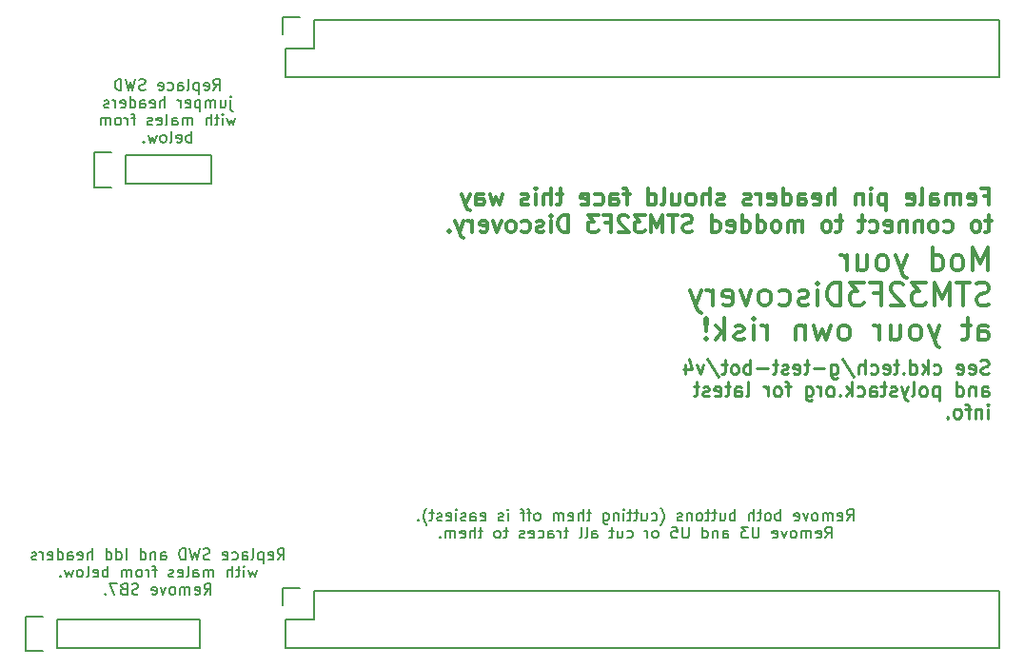
<source format=gbo>
G04 #@! TF.FileFunction,Legend,Bot*
%FSLAX46Y46*%
G04 Gerber Fmt 4.6, Leading zero omitted, Abs format (unit mm)*
G04 Created by KiCad (PCBNEW 4.0.1-stable) date Tuesday, May 31, 2016 'PMt' 11:29:19 PM*
%MOMM*%
G01*
G04 APERTURE LIST*
%ADD10C,0.100000*%
%ADD11C,0.220000*%
%ADD12C,0.300000*%
%ADD13C,0.150000*%
G04 APERTURE END LIST*
D10*
D11*
X195281905Y-115365952D02*
X195103333Y-115425476D01*
X194805714Y-115425476D01*
X194686667Y-115365952D01*
X194627143Y-115306429D01*
X194567619Y-115187381D01*
X194567619Y-115068333D01*
X194627143Y-114949286D01*
X194686667Y-114889762D01*
X194805714Y-114830238D01*
X195043810Y-114770714D01*
X195162857Y-114711190D01*
X195222381Y-114651667D01*
X195281905Y-114532619D01*
X195281905Y-114413571D01*
X195222381Y-114294524D01*
X195162857Y-114235000D01*
X195043810Y-114175476D01*
X194746190Y-114175476D01*
X194567619Y-114235000D01*
X193555714Y-115365952D02*
X193674762Y-115425476D01*
X193912857Y-115425476D01*
X194031905Y-115365952D01*
X194091429Y-115246905D01*
X194091429Y-114770714D01*
X194031905Y-114651667D01*
X193912857Y-114592143D01*
X193674762Y-114592143D01*
X193555714Y-114651667D01*
X193496191Y-114770714D01*
X193496191Y-114889762D01*
X194091429Y-115008810D01*
X192484285Y-115365952D02*
X192603333Y-115425476D01*
X192841428Y-115425476D01*
X192960476Y-115365952D01*
X193020000Y-115246905D01*
X193020000Y-114770714D01*
X192960476Y-114651667D01*
X192841428Y-114592143D01*
X192603333Y-114592143D01*
X192484285Y-114651667D01*
X192424762Y-114770714D01*
X192424762Y-114889762D01*
X193020000Y-115008810D01*
X190400952Y-115365952D02*
X190519999Y-115425476D01*
X190758095Y-115425476D01*
X190877142Y-115365952D01*
X190936666Y-115306429D01*
X190996190Y-115187381D01*
X190996190Y-114830238D01*
X190936666Y-114711190D01*
X190877142Y-114651667D01*
X190758095Y-114592143D01*
X190519999Y-114592143D01*
X190400952Y-114651667D01*
X189865237Y-115425476D02*
X189865237Y-114175476D01*
X189746189Y-114949286D02*
X189389046Y-115425476D01*
X189389046Y-114592143D02*
X189865237Y-115068333D01*
X188317618Y-115425476D02*
X188317618Y-114175476D01*
X188317618Y-115365952D02*
X188436665Y-115425476D01*
X188674761Y-115425476D01*
X188793808Y-115365952D01*
X188853332Y-115306429D01*
X188912856Y-115187381D01*
X188912856Y-114830238D01*
X188853332Y-114711190D01*
X188793808Y-114651667D01*
X188674761Y-114592143D01*
X188436665Y-114592143D01*
X188317618Y-114651667D01*
X187722380Y-115306429D02*
X187662856Y-115365952D01*
X187722380Y-115425476D01*
X187781904Y-115365952D01*
X187722380Y-115306429D01*
X187722380Y-115425476D01*
X187305713Y-114592143D02*
X186829523Y-114592143D01*
X187127142Y-114175476D02*
X187127142Y-115246905D01*
X187067618Y-115365952D01*
X186948571Y-115425476D01*
X186829523Y-115425476D01*
X185936665Y-115365952D02*
X186055713Y-115425476D01*
X186293808Y-115425476D01*
X186412856Y-115365952D01*
X186472380Y-115246905D01*
X186472380Y-114770714D01*
X186412856Y-114651667D01*
X186293808Y-114592143D01*
X186055713Y-114592143D01*
X185936665Y-114651667D01*
X185877142Y-114770714D01*
X185877142Y-114889762D01*
X186472380Y-115008810D01*
X184805713Y-115365952D02*
X184924760Y-115425476D01*
X185162856Y-115425476D01*
X185281903Y-115365952D01*
X185341427Y-115306429D01*
X185400951Y-115187381D01*
X185400951Y-114830238D01*
X185341427Y-114711190D01*
X185281903Y-114651667D01*
X185162856Y-114592143D01*
X184924760Y-114592143D01*
X184805713Y-114651667D01*
X184269998Y-115425476D02*
X184269998Y-114175476D01*
X183734284Y-115425476D02*
X183734284Y-114770714D01*
X183793807Y-114651667D01*
X183912855Y-114592143D01*
X184091427Y-114592143D01*
X184210474Y-114651667D01*
X184269998Y-114711190D01*
X182246189Y-114115952D02*
X183317617Y-115723095D01*
X181293808Y-114592143D02*
X181293808Y-115604048D01*
X181353331Y-115723095D01*
X181412855Y-115782619D01*
X181531903Y-115842143D01*
X181710474Y-115842143D01*
X181829522Y-115782619D01*
X181293808Y-115365952D02*
X181412855Y-115425476D01*
X181650951Y-115425476D01*
X181769998Y-115365952D01*
X181829522Y-115306429D01*
X181889046Y-115187381D01*
X181889046Y-114830238D01*
X181829522Y-114711190D01*
X181769998Y-114651667D01*
X181650951Y-114592143D01*
X181412855Y-114592143D01*
X181293808Y-114651667D01*
X180698570Y-114949286D02*
X179746189Y-114949286D01*
X179329522Y-114592143D02*
X178853332Y-114592143D01*
X179150951Y-114175476D02*
X179150951Y-115246905D01*
X179091427Y-115365952D01*
X178972380Y-115425476D01*
X178853332Y-115425476D01*
X177960474Y-115365952D02*
X178079522Y-115425476D01*
X178317617Y-115425476D01*
X178436665Y-115365952D01*
X178496189Y-115246905D01*
X178496189Y-114770714D01*
X178436665Y-114651667D01*
X178317617Y-114592143D01*
X178079522Y-114592143D01*
X177960474Y-114651667D01*
X177900951Y-114770714D01*
X177900951Y-114889762D01*
X178496189Y-115008810D01*
X177424760Y-115365952D02*
X177305712Y-115425476D01*
X177067617Y-115425476D01*
X176948569Y-115365952D01*
X176889045Y-115246905D01*
X176889045Y-115187381D01*
X176948569Y-115068333D01*
X177067617Y-115008810D01*
X177246188Y-115008810D01*
X177365236Y-114949286D01*
X177424760Y-114830238D01*
X177424760Y-114770714D01*
X177365236Y-114651667D01*
X177246188Y-114592143D01*
X177067617Y-114592143D01*
X176948569Y-114651667D01*
X176531902Y-114592143D02*
X176055712Y-114592143D01*
X176353331Y-114175476D02*
X176353331Y-115246905D01*
X176293807Y-115365952D01*
X176174760Y-115425476D01*
X176055712Y-115425476D01*
X175639045Y-114949286D02*
X174686664Y-114949286D01*
X174091426Y-115425476D02*
X174091426Y-114175476D01*
X174091426Y-114651667D02*
X173972378Y-114592143D01*
X173734283Y-114592143D01*
X173615235Y-114651667D01*
X173555712Y-114711190D01*
X173496188Y-114830238D01*
X173496188Y-115187381D01*
X173555712Y-115306429D01*
X173615235Y-115365952D01*
X173734283Y-115425476D01*
X173972378Y-115425476D01*
X174091426Y-115365952D01*
X172781903Y-115425476D02*
X172900950Y-115365952D01*
X172960474Y-115306429D01*
X173019998Y-115187381D01*
X173019998Y-114830238D01*
X172960474Y-114711190D01*
X172900950Y-114651667D01*
X172781903Y-114592143D01*
X172603331Y-114592143D01*
X172484283Y-114651667D01*
X172424760Y-114711190D01*
X172365236Y-114830238D01*
X172365236Y-115187381D01*
X172424760Y-115306429D01*
X172484283Y-115365952D01*
X172603331Y-115425476D01*
X172781903Y-115425476D01*
X172008093Y-114592143D02*
X171531903Y-114592143D01*
X171829522Y-114175476D02*
X171829522Y-115246905D01*
X171769998Y-115365952D01*
X171650951Y-115425476D01*
X171531903Y-115425476D01*
X170222379Y-114115952D02*
X171293807Y-115723095D01*
X169924760Y-114592143D02*
X169627141Y-115425476D01*
X169329521Y-114592143D01*
X168317617Y-114592143D02*
X168317617Y-115425476D01*
X168615236Y-114115952D02*
X168912855Y-115008810D01*
X168139045Y-115008810D01*
X194686667Y-117395476D02*
X194686667Y-116740714D01*
X194746190Y-116621667D01*
X194865238Y-116562143D01*
X195103333Y-116562143D01*
X195222381Y-116621667D01*
X194686667Y-117335952D02*
X194805714Y-117395476D01*
X195103333Y-117395476D01*
X195222381Y-117335952D01*
X195281905Y-117216905D01*
X195281905Y-117097857D01*
X195222381Y-116978810D01*
X195103333Y-116919286D01*
X194805714Y-116919286D01*
X194686667Y-116859762D01*
X194091429Y-116562143D02*
X194091429Y-117395476D01*
X194091429Y-116681190D02*
X194031905Y-116621667D01*
X193912858Y-116562143D01*
X193734286Y-116562143D01*
X193615238Y-116621667D01*
X193555715Y-116740714D01*
X193555715Y-117395476D01*
X192424763Y-117395476D02*
X192424763Y-116145476D01*
X192424763Y-117335952D02*
X192543810Y-117395476D01*
X192781906Y-117395476D01*
X192900953Y-117335952D01*
X192960477Y-117276429D01*
X193020001Y-117157381D01*
X193020001Y-116800238D01*
X192960477Y-116681190D01*
X192900953Y-116621667D01*
X192781906Y-116562143D01*
X192543810Y-116562143D01*
X192424763Y-116621667D01*
X190877144Y-116562143D02*
X190877144Y-117812143D01*
X190877144Y-116621667D02*
X190758096Y-116562143D01*
X190520001Y-116562143D01*
X190400953Y-116621667D01*
X190341430Y-116681190D01*
X190281906Y-116800238D01*
X190281906Y-117157381D01*
X190341430Y-117276429D01*
X190400953Y-117335952D01*
X190520001Y-117395476D01*
X190758096Y-117395476D01*
X190877144Y-117335952D01*
X189567621Y-117395476D02*
X189686668Y-117335952D01*
X189746192Y-117276429D01*
X189805716Y-117157381D01*
X189805716Y-116800238D01*
X189746192Y-116681190D01*
X189686668Y-116621667D01*
X189567621Y-116562143D01*
X189389049Y-116562143D01*
X189270001Y-116621667D01*
X189210478Y-116681190D01*
X189150954Y-116800238D01*
X189150954Y-117157381D01*
X189210478Y-117276429D01*
X189270001Y-117335952D01*
X189389049Y-117395476D01*
X189567621Y-117395476D01*
X188436669Y-117395476D02*
X188555716Y-117335952D01*
X188615240Y-117216905D01*
X188615240Y-116145476D01*
X188079526Y-116562143D02*
X187781907Y-117395476D01*
X187484287Y-116562143D02*
X187781907Y-117395476D01*
X187900954Y-117693095D01*
X187960478Y-117752619D01*
X188079526Y-117812143D01*
X187067621Y-117335952D02*
X186948573Y-117395476D01*
X186710478Y-117395476D01*
X186591430Y-117335952D01*
X186531906Y-117216905D01*
X186531906Y-117157381D01*
X186591430Y-117038333D01*
X186710478Y-116978810D01*
X186889049Y-116978810D01*
X187008097Y-116919286D01*
X187067621Y-116800238D01*
X187067621Y-116740714D01*
X187008097Y-116621667D01*
X186889049Y-116562143D01*
X186710478Y-116562143D01*
X186591430Y-116621667D01*
X186174763Y-116562143D02*
X185698573Y-116562143D01*
X185996192Y-116145476D02*
X185996192Y-117216905D01*
X185936668Y-117335952D01*
X185817621Y-117395476D01*
X185698573Y-117395476D01*
X184746192Y-117395476D02*
X184746192Y-116740714D01*
X184805715Y-116621667D01*
X184924763Y-116562143D01*
X185162858Y-116562143D01*
X185281906Y-116621667D01*
X184746192Y-117335952D02*
X184865239Y-117395476D01*
X185162858Y-117395476D01*
X185281906Y-117335952D01*
X185341430Y-117216905D01*
X185341430Y-117097857D01*
X185281906Y-116978810D01*
X185162858Y-116919286D01*
X184865239Y-116919286D01*
X184746192Y-116859762D01*
X183615240Y-117335952D02*
X183734287Y-117395476D01*
X183972383Y-117395476D01*
X184091430Y-117335952D01*
X184150954Y-117276429D01*
X184210478Y-117157381D01*
X184210478Y-116800238D01*
X184150954Y-116681190D01*
X184091430Y-116621667D01*
X183972383Y-116562143D01*
X183734287Y-116562143D01*
X183615240Y-116621667D01*
X183079525Y-117395476D02*
X183079525Y-116145476D01*
X182960477Y-116919286D02*
X182603334Y-117395476D01*
X182603334Y-116562143D02*
X183079525Y-117038333D01*
X182067620Y-117276429D02*
X182008096Y-117335952D01*
X182067620Y-117395476D01*
X182127144Y-117335952D01*
X182067620Y-117276429D01*
X182067620Y-117395476D01*
X181293811Y-117395476D02*
X181412858Y-117335952D01*
X181472382Y-117276429D01*
X181531906Y-117157381D01*
X181531906Y-116800238D01*
X181472382Y-116681190D01*
X181412858Y-116621667D01*
X181293811Y-116562143D01*
X181115239Y-116562143D01*
X180996191Y-116621667D01*
X180936668Y-116681190D01*
X180877144Y-116800238D01*
X180877144Y-117157381D01*
X180936668Y-117276429D01*
X180996191Y-117335952D01*
X181115239Y-117395476D01*
X181293811Y-117395476D01*
X180341430Y-117395476D02*
X180341430Y-116562143D01*
X180341430Y-116800238D02*
X180281906Y-116681190D01*
X180222382Y-116621667D01*
X180103335Y-116562143D01*
X179984287Y-116562143D01*
X179031906Y-116562143D02*
X179031906Y-117574048D01*
X179091429Y-117693095D01*
X179150953Y-117752619D01*
X179270001Y-117812143D01*
X179448572Y-117812143D01*
X179567620Y-117752619D01*
X179031906Y-117335952D02*
X179150953Y-117395476D01*
X179389049Y-117395476D01*
X179508096Y-117335952D01*
X179567620Y-117276429D01*
X179627144Y-117157381D01*
X179627144Y-116800238D01*
X179567620Y-116681190D01*
X179508096Y-116621667D01*
X179389049Y-116562143D01*
X179150953Y-116562143D01*
X179031906Y-116621667D01*
X177662858Y-116562143D02*
X177186668Y-116562143D01*
X177484287Y-117395476D02*
X177484287Y-116324048D01*
X177424763Y-116205000D01*
X177305716Y-116145476D01*
X177186668Y-116145476D01*
X176591430Y-117395476D02*
X176710477Y-117335952D01*
X176770001Y-117276429D01*
X176829525Y-117157381D01*
X176829525Y-116800238D01*
X176770001Y-116681190D01*
X176710477Y-116621667D01*
X176591430Y-116562143D01*
X176412858Y-116562143D01*
X176293810Y-116621667D01*
X176234287Y-116681190D01*
X176174763Y-116800238D01*
X176174763Y-117157381D01*
X176234287Y-117276429D01*
X176293810Y-117335952D01*
X176412858Y-117395476D01*
X176591430Y-117395476D01*
X175639049Y-117395476D02*
X175639049Y-116562143D01*
X175639049Y-116800238D02*
X175579525Y-116681190D01*
X175520001Y-116621667D01*
X175400954Y-116562143D01*
X175281906Y-116562143D01*
X173734287Y-117395476D02*
X173853334Y-117335952D01*
X173912858Y-117216905D01*
X173912858Y-116145476D01*
X172722382Y-117395476D02*
X172722382Y-116740714D01*
X172781905Y-116621667D01*
X172900953Y-116562143D01*
X173139048Y-116562143D01*
X173258096Y-116621667D01*
X172722382Y-117335952D02*
X172841429Y-117395476D01*
X173139048Y-117395476D01*
X173258096Y-117335952D01*
X173317620Y-117216905D01*
X173317620Y-117097857D01*
X173258096Y-116978810D01*
X173139048Y-116919286D01*
X172841429Y-116919286D01*
X172722382Y-116859762D01*
X172305715Y-116562143D02*
X171829525Y-116562143D01*
X172127144Y-116145476D02*
X172127144Y-117216905D01*
X172067620Y-117335952D01*
X171948573Y-117395476D01*
X171829525Y-117395476D01*
X170936667Y-117335952D02*
X171055715Y-117395476D01*
X171293810Y-117395476D01*
X171412858Y-117335952D01*
X171472382Y-117216905D01*
X171472382Y-116740714D01*
X171412858Y-116621667D01*
X171293810Y-116562143D01*
X171055715Y-116562143D01*
X170936667Y-116621667D01*
X170877144Y-116740714D01*
X170877144Y-116859762D01*
X171472382Y-116978810D01*
X170400953Y-117335952D02*
X170281905Y-117395476D01*
X170043810Y-117395476D01*
X169924762Y-117335952D01*
X169865238Y-117216905D01*
X169865238Y-117157381D01*
X169924762Y-117038333D01*
X170043810Y-116978810D01*
X170222381Y-116978810D01*
X170341429Y-116919286D01*
X170400953Y-116800238D01*
X170400953Y-116740714D01*
X170341429Y-116621667D01*
X170222381Y-116562143D01*
X170043810Y-116562143D01*
X169924762Y-116621667D01*
X169508095Y-116562143D02*
X169031905Y-116562143D01*
X169329524Y-116145476D02*
X169329524Y-117216905D01*
X169270000Y-117335952D01*
X169150953Y-117395476D01*
X169031905Y-117395476D01*
X195222381Y-119365476D02*
X195222381Y-118532143D01*
X195222381Y-118115476D02*
X195281905Y-118175000D01*
X195222381Y-118234524D01*
X195162857Y-118175000D01*
X195222381Y-118115476D01*
X195222381Y-118234524D01*
X194627143Y-118532143D02*
X194627143Y-119365476D01*
X194627143Y-118651190D02*
X194567619Y-118591667D01*
X194448572Y-118532143D01*
X194270000Y-118532143D01*
X194150952Y-118591667D01*
X194091429Y-118710714D01*
X194091429Y-119365476D01*
X193674762Y-118532143D02*
X193198572Y-118532143D01*
X193496191Y-119365476D02*
X193496191Y-118294048D01*
X193436667Y-118175000D01*
X193317620Y-118115476D01*
X193198572Y-118115476D01*
X192603334Y-119365476D02*
X192722381Y-119305952D01*
X192781905Y-119246429D01*
X192841429Y-119127381D01*
X192841429Y-118770238D01*
X192781905Y-118651190D01*
X192722381Y-118591667D01*
X192603334Y-118532143D01*
X192424762Y-118532143D01*
X192305714Y-118591667D01*
X192246191Y-118651190D01*
X192186667Y-118770238D01*
X192186667Y-119127381D01*
X192246191Y-119246429D01*
X192305714Y-119305952D01*
X192424762Y-119365476D01*
X192603334Y-119365476D01*
X191650953Y-119246429D02*
X191591429Y-119305952D01*
X191650953Y-119365476D01*
X191710477Y-119305952D01*
X191650953Y-119246429D01*
X191650953Y-119365476D01*
D12*
X195233810Y-106204762D02*
X195233810Y-104204762D01*
X194567143Y-105633333D01*
X193900476Y-104204762D01*
X193900476Y-106204762D01*
X192662381Y-106204762D02*
X192852857Y-106109524D01*
X192948096Y-106014286D01*
X193043334Y-105823810D01*
X193043334Y-105252381D01*
X192948096Y-105061905D01*
X192852857Y-104966667D01*
X192662381Y-104871429D01*
X192376667Y-104871429D01*
X192186191Y-104966667D01*
X192090953Y-105061905D01*
X191995715Y-105252381D01*
X191995715Y-105823810D01*
X192090953Y-106014286D01*
X192186191Y-106109524D01*
X192376667Y-106204762D01*
X192662381Y-106204762D01*
X190281429Y-106204762D02*
X190281429Y-104204762D01*
X190281429Y-106109524D02*
X190471905Y-106204762D01*
X190852857Y-106204762D01*
X191043333Y-106109524D01*
X191138572Y-106014286D01*
X191233810Y-105823810D01*
X191233810Y-105252381D01*
X191138572Y-105061905D01*
X191043333Y-104966667D01*
X190852857Y-104871429D01*
X190471905Y-104871429D01*
X190281429Y-104966667D01*
X187995714Y-104871429D02*
X187519523Y-106204762D01*
X187043333Y-104871429D02*
X187519523Y-106204762D01*
X187709999Y-106680952D01*
X187805238Y-106776190D01*
X187995714Y-106871429D01*
X185995713Y-106204762D02*
X186186189Y-106109524D01*
X186281428Y-106014286D01*
X186376666Y-105823810D01*
X186376666Y-105252381D01*
X186281428Y-105061905D01*
X186186189Y-104966667D01*
X185995713Y-104871429D01*
X185709999Y-104871429D01*
X185519523Y-104966667D01*
X185424285Y-105061905D01*
X185329047Y-105252381D01*
X185329047Y-105823810D01*
X185424285Y-106014286D01*
X185519523Y-106109524D01*
X185709999Y-106204762D01*
X185995713Y-106204762D01*
X183614761Y-104871429D02*
X183614761Y-106204762D01*
X184471904Y-104871429D02*
X184471904Y-105919048D01*
X184376665Y-106109524D01*
X184186189Y-106204762D01*
X183900475Y-106204762D01*
X183709999Y-106109524D01*
X183614761Y-106014286D01*
X182662380Y-106204762D02*
X182662380Y-104871429D01*
X182662380Y-105252381D02*
X182567141Y-105061905D01*
X182471903Y-104966667D01*
X182281427Y-104871429D01*
X182090951Y-104871429D01*
X195329048Y-109209524D02*
X195043333Y-109304762D01*
X194567143Y-109304762D01*
X194376667Y-109209524D01*
X194281429Y-109114286D01*
X194186190Y-108923810D01*
X194186190Y-108733333D01*
X194281429Y-108542857D01*
X194376667Y-108447619D01*
X194567143Y-108352381D01*
X194948095Y-108257143D01*
X195138571Y-108161905D01*
X195233810Y-108066667D01*
X195329048Y-107876190D01*
X195329048Y-107685714D01*
X195233810Y-107495238D01*
X195138571Y-107400000D01*
X194948095Y-107304762D01*
X194471905Y-107304762D01*
X194186190Y-107400000D01*
X193614762Y-107304762D02*
X192471905Y-107304762D01*
X193043333Y-109304762D02*
X193043333Y-107304762D01*
X191805238Y-109304762D02*
X191805238Y-107304762D01*
X191138571Y-108733333D01*
X190471904Y-107304762D01*
X190471904Y-109304762D01*
X189710000Y-107304762D02*
X188471904Y-107304762D01*
X189138571Y-108066667D01*
X188852857Y-108066667D01*
X188662381Y-108161905D01*
X188567143Y-108257143D01*
X188471904Y-108447619D01*
X188471904Y-108923810D01*
X188567143Y-109114286D01*
X188662381Y-109209524D01*
X188852857Y-109304762D01*
X189424285Y-109304762D01*
X189614762Y-109209524D01*
X189710000Y-109114286D01*
X187710000Y-107495238D02*
X187614762Y-107400000D01*
X187424285Y-107304762D01*
X186948095Y-107304762D01*
X186757619Y-107400000D01*
X186662381Y-107495238D01*
X186567142Y-107685714D01*
X186567142Y-107876190D01*
X186662381Y-108161905D01*
X187805238Y-109304762D01*
X186567142Y-109304762D01*
X185043333Y-108257143D02*
X185710000Y-108257143D01*
X185710000Y-109304762D02*
X185710000Y-107304762D01*
X184757619Y-107304762D01*
X184186190Y-107304762D02*
X182948094Y-107304762D01*
X183614761Y-108066667D01*
X183329047Y-108066667D01*
X183138571Y-108161905D01*
X183043333Y-108257143D01*
X182948094Y-108447619D01*
X182948094Y-108923810D01*
X183043333Y-109114286D01*
X183138571Y-109209524D01*
X183329047Y-109304762D01*
X183900475Y-109304762D01*
X184090952Y-109209524D01*
X184186190Y-109114286D01*
X182090952Y-109304762D02*
X182090952Y-107304762D01*
X181614761Y-107304762D01*
X181329047Y-107400000D01*
X181138571Y-107590476D01*
X181043332Y-107780952D01*
X180948094Y-108161905D01*
X180948094Y-108447619D01*
X181043332Y-108828571D01*
X181138571Y-109019048D01*
X181329047Y-109209524D01*
X181614761Y-109304762D01*
X182090952Y-109304762D01*
X180090952Y-109304762D02*
X180090952Y-107971429D01*
X180090952Y-107304762D02*
X180186190Y-107400000D01*
X180090952Y-107495238D01*
X179995713Y-107400000D01*
X180090952Y-107304762D01*
X180090952Y-107495238D01*
X179233809Y-109209524D02*
X179043332Y-109304762D01*
X178662380Y-109304762D01*
X178471904Y-109209524D01*
X178376666Y-109019048D01*
X178376666Y-108923810D01*
X178471904Y-108733333D01*
X178662380Y-108638095D01*
X178948094Y-108638095D01*
X179138571Y-108542857D01*
X179233809Y-108352381D01*
X179233809Y-108257143D01*
X179138571Y-108066667D01*
X178948094Y-107971429D01*
X178662380Y-107971429D01*
X178471904Y-108066667D01*
X176662380Y-109209524D02*
X176852856Y-109304762D01*
X177233808Y-109304762D01*
X177424284Y-109209524D01*
X177519523Y-109114286D01*
X177614761Y-108923810D01*
X177614761Y-108352381D01*
X177519523Y-108161905D01*
X177424284Y-108066667D01*
X177233808Y-107971429D01*
X176852856Y-107971429D01*
X176662380Y-108066667D01*
X175519522Y-109304762D02*
X175709998Y-109209524D01*
X175805237Y-109114286D01*
X175900475Y-108923810D01*
X175900475Y-108352381D01*
X175805237Y-108161905D01*
X175709998Y-108066667D01*
X175519522Y-107971429D01*
X175233808Y-107971429D01*
X175043332Y-108066667D01*
X174948094Y-108161905D01*
X174852856Y-108352381D01*
X174852856Y-108923810D01*
X174948094Y-109114286D01*
X175043332Y-109209524D01*
X175233808Y-109304762D01*
X175519522Y-109304762D01*
X174186189Y-107971429D02*
X173709998Y-109304762D01*
X173233808Y-107971429D01*
X171709998Y-109209524D02*
X171900474Y-109304762D01*
X172281426Y-109304762D01*
X172471903Y-109209524D01*
X172567141Y-109019048D01*
X172567141Y-108257143D01*
X172471903Y-108066667D01*
X172281426Y-107971429D01*
X171900474Y-107971429D01*
X171709998Y-108066667D01*
X171614760Y-108257143D01*
X171614760Y-108447619D01*
X172567141Y-108638095D01*
X170757617Y-109304762D02*
X170757617Y-107971429D01*
X170757617Y-108352381D02*
X170662378Y-108161905D01*
X170567140Y-108066667D01*
X170376664Y-107971429D01*
X170186188Y-107971429D01*
X169709998Y-107971429D02*
X169233807Y-109304762D01*
X168757617Y-107971429D02*
X169233807Y-109304762D01*
X169424283Y-109780952D01*
X169519522Y-109876190D01*
X169709998Y-109971429D01*
X194376667Y-112404762D02*
X194376667Y-111357143D01*
X194471905Y-111166667D01*
X194662381Y-111071429D01*
X195043333Y-111071429D01*
X195233810Y-111166667D01*
X194376667Y-112309524D02*
X194567143Y-112404762D01*
X195043333Y-112404762D01*
X195233810Y-112309524D01*
X195329048Y-112119048D01*
X195329048Y-111928571D01*
X195233810Y-111738095D01*
X195043333Y-111642857D01*
X194567143Y-111642857D01*
X194376667Y-111547619D01*
X193710000Y-111071429D02*
X192948095Y-111071429D01*
X193424286Y-110404762D02*
X193424286Y-112119048D01*
X193329047Y-112309524D01*
X193138571Y-112404762D01*
X192948095Y-112404762D01*
X190948095Y-111071429D02*
X190471904Y-112404762D01*
X189995714Y-111071429D02*
X190471904Y-112404762D01*
X190662380Y-112880952D01*
X190757619Y-112976190D01*
X190948095Y-113071429D01*
X188948094Y-112404762D02*
X189138570Y-112309524D01*
X189233809Y-112214286D01*
X189329047Y-112023810D01*
X189329047Y-111452381D01*
X189233809Y-111261905D01*
X189138570Y-111166667D01*
X188948094Y-111071429D01*
X188662380Y-111071429D01*
X188471904Y-111166667D01*
X188376666Y-111261905D01*
X188281428Y-111452381D01*
X188281428Y-112023810D01*
X188376666Y-112214286D01*
X188471904Y-112309524D01*
X188662380Y-112404762D01*
X188948094Y-112404762D01*
X186567142Y-111071429D02*
X186567142Y-112404762D01*
X187424285Y-111071429D02*
X187424285Y-112119048D01*
X187329046Y-112309524D01*
X187138570Y-112404762D01*
X186852856Y-112404762D01*
X186662380Y-112309524D01*
X186567142Y-112214286D01*
X185614761Y-112404762D02*
X185614761Y-111071429D01*
X185614761Y-111452381D02*
X185519522Y-111261905D01*
X185424284Y-111166667D01*
X185233808Y-111071429D01*
X185043332Y-111071429D01*
X182567141Y-112404762D02*
X182757617Y-112309524D01*
X182852856Y-112214286D01*
X182948094Y-112023810D01*
X182948094Y-111452381D01*
X182852856Y-111261905D01*
X182757617Y-111166667D01*
X182567141Y-111071429D01*
X182281427Y-111071429D01*
X182090951Y-111166667D01*
X181995713Y-111261905D01*
X181900475Y-111452381D01*
X181900475Y-112023810D01*
X181995713Y-112214286D01*
X182090951Y-112309524D01*
X182281427Y-112404762D01*
X182567141Y-112404762D01*
X181233808Y-111071429D02*
X180852855Y-112404762D01*
X180471903Y-111452381D01*
X180090951Y-112404762D01*
X179709998Y-111071429D01*
X178948094Y-111071429D02*
X178948094Y-112404762D01*
X178948094Y-111261905D02*
X178852855Y-111166667D01*
X178662379Y-111071429D01*
X178376665Y-111071429D01*
X178186189Y-111166667D01*
X178090951Y-111357143D01*
X178090951Y-112404762D01*
X175614760Y-112404762D02*
X175614760Y-111071429D01*
X175614760Y-111452381D02*
X175519521Y-111261905D01*
X175424283Y-111166667D01*
X175233807Y-111071429D01*
X175043331Y-111071429D01*
X174376665Y-112404762D02*
X174376665Y-111071429D01*
X174376665Y-110404762D02*
X174471903Y-110500000D01*
X174376665Y-110595238D01*
X174281426Y-110500000D01*
X174376665Y-110404762D01*
X174376665Y-110595238D01*
X173519522Y-112309524D02*
X173329045Y-112404762D01*
X172948093Y-112404762D01*
X172757617Y-112309524D01*
X172662379Y-112119048D01*
X172662379Y-112023810D01*
X172757617Y-111833333D01*
X172948093Y-111738095D01*
X173233807Y-111738095D01*
X173424284Y-111642857D01*
X173519522Y-111452381D01*
X173519522Y-111357143D01*
X173424284Y-111166667D01*
X173233807Y-111071429D01*
X172948093Y-111071429D01*
X172757617Y-111166667D01*
X171805236Y-112404762D02*
X171805236Y-110404762D01*
X171614759Y-111642857D02*
X171043331Y-112404762D01*
X171043331Y-111071429D02*
X171805236Y-111833333D01*
X170186188Y-112214286D02*
X170090949Y-112309524D01*
X170186188Y-112404762D01*
X170281426Y-112309524D01*
X170186188Y-112214286D01*
X170186188Y-112404762D01*
X170186188Y-111642857D02*
X170281426Y-110500000D01*
X170186188Y-110404762D01*
X170090949Y-110500000D01*
X170186188Y-111642857D01*
X170186188Y-110404762D01*
D13*
X182685717Y-128477381D02*
X183019051Y-128001190D01*
X183257146Y-128477381D02*
X183257146Y-127477381D01*
X182876193Y-127477381D01*
X182780955Y-127525000D01*
X182733336Y-127572619D01*
X182685717Y-127667857D01*
X182685717Y-127810714D01*
X182733336Y-127905952D01*
X182780955Y-127953571D01*
X182876193Y-128001190D01*
X183257146Y-128001190D01*
X181876193Y-128429762D02*
X181971431Y-128477381D01*
X182161908Y-128477381D01*
X182257146Y-128429762D01*
X182304765Y-128334524D01*
X182304765Y-127953571D01*
X182257146Y-127858333D01*
X182161908Y-127810714D01*
X181971431Y-127810714D01*
X181876193Y-127858333D01*
X181828574Y-127953571D01*
X181828574Y-128048810D01*
X182304765Y-128144048D01*
X181400003Y-128477381D02*
X181400003Y-127810714D01*
X181400003Y-127905952D02*
X181352384Y-127858333D01*
X181257146Y-127810714D01*
X181114288Y-127810714D01*
X181019050Y-127858333D01*
X180971431Y-127953571D01*
X180971431Y-128477381D01*
X180971431Y-127953571D02*
X180923812Y-127858333D01*
X180828574Y-127810714D01*
X180685717Y-127810714D01*
X180590479Y-127858333D01*
X180542860Y-127953571D01*
X180542860Y-128477381D01*
X179923813Y-128477381D02*
X180019051Y-128429762D01*
X180066670Y-128382143D01*
X180114289Y-128286905D01*
X180114289Y-128001190D01*
X180066670Y-127905952D01*
X180019051Y-127858333D01*
X179923813Y-127810714D01*
X179780955Y-127810714D01*
X179685717Y-127858333D01*
X179638098Y-127905952D01*
X179590479Y-128001190D01*
X179590479Y-128286905D01*
X179638098Y-128382143D01*
X179685717Y-128429762D01*
X179780955Y-128477381D01*
X179923813Y-128477381D01*
X179257146Y-127810714D02*
X179019051Y-128477381D01*
X178780955Y-127810714D01*
X178019050Y-128429762D02*
X178114288Y-128477381D01*
X178304765Y-128477381D01*
X178400003Y-128429762D01*
X178447622Y-128334524D01*
X178447622Y-127953571D01*
X178400003Y-127858333D01*
X178304765Y-127810714D01*
X178114288Y-127810714D01*
X178019050Y-127858333D01*
X177971431Y-127953571D01*
X177971431Y-128048810D01*
X178447622Y-128144048D01*
X176780955Y-128477381D02*
X176780955Y-127477381D01*
X176780955Y-127858333D02*
X176685717Y-127810714D01*
X176495240Y-127810714D01*
X176400002Y-127858333D01*
X176352383Y-127905952D01*
X176304764Y-128001190D01*
X176304764Y-128286905D01*
X176352383Y-128382143D01*
X176400002Y-128429762D01*
X176495240Y-128477381D01*
X176685717Y-128477381D01*
X176780955Y-128429762D01*
X175733336Y-128477381D02*
X175828574Y-128429762D01*
X175876193Y-128382143D01*
X175923812Y-128286905D01*
X175923812Y-128001190D01*
X175876193Y-127905952D01*
X175828574Y-127858333D01*
X175733336Y-127810714D01*
X175590478Y-127810714D01*
X175495240Y-127858333D01*
X175447621Y-127905952D01*
X175400002Y-128001190D01*
X175400002Y-128286905D01*
X175447621Y-128382143D01*
X175495240Y-128429762D01*
X175590478Y-128477381D01*
X175733336Y-128477381D01*
X175114288Y-127810714D02*
X174733336Y-127810714D01*
X174971431Y-127477381D02*
X174971431Y-128334524D01*
X174923812Y-128429762D01*
X174828574Y-128477381D01*
X174733336Y-128477381D01*
X174400002Y-128477381D02*
X174400002Y-127477381D01*
X173971430Y-128477381D02*
X173971430Y-127953571D01*
X174019049Y-127858333D01*
X174114287Y-127810714D01*
X174257145Y-127810714D01*
X174352383Y-127858333D01*
X174400002Y-127905952D01*
X172733335Y-128477381D02*
X172733335Y-127477381D01*
X172733335Y-127858333D02*
X172638097Y-127810714D01*
X172447620Y-127810714D01*
X172352382Y-127858333D01*
X172304763Y-127905952D01*
X172257144Y-128001190D01*
X172257144Y-128286905D01*
X172304763Y-128382143D01*
X172352382Y-128429762D01*
X172447620Y-128477381D01*
X172638097Y-128477381D01*
X172733335Y-128429762D01*
X171400001Y-127810714D02*
X171400001Y-128477381D01*
X171828573Y-127810714D02*
X171828573Y-128334524D01*
X171780954Y-128429762D01*
X171685716Y-128477381D01*
X171542858Y-128477381D01*
X171447620Y-128429762D01*
X171400001Y-128382143D01*
X171066668Y-127810714D02*
X170685716Y-127810714D01*
X170923811Y-127477381D02*
X170923811Y-128334524D01*
X170876192Y-128429762D01*
X170780954Y-128477381D01*
X170685716Y-128477381D01*
X170495239Y-127810714D02*
X170114287Y-127810714D01*
X170352382Y-127477381D02*
X170352382Y-128334524D01*
X170304763Y-128429762D01*
X170209525Y-128477381D01*
X170114287Y-128477381D01*
X169638096Y-128477381D02*
X169733334Y-128429762D01*
X169780953Y-128382143D01*
X169828572Y-128286905D01*
X169828572Y-128001190D01*
X169780953Y-127905952D01*
X169733334Y-127858333D01*
X169638096Y-127810714D01*
X169495238Y-127810714D01*
X169400000Y-127858333D01*
X169352381Y-127905952D01*
X169304762Y-128001190D01*
X169304762Y-128286905D01*
X169352381Y-128382143D01*
X169400000Y-128429762D01*
X169495238Y-128477381D01*
X169638096Y-128477381D01*
X168876191Y-127810714D02*
X168876191Y-128477381D01*
X168876191Y-127905952D02*
X168828572Y-127858333D01*
X168733334Y-127810714D01*
X168590476Y-127810714D01*
X168495238Y-127858333D01*
X168447619Y-127953571D01*
X168447619Y-128477381D01*
X168019048Y-128429762D02*
X167923810Y-128477381D01*
X167733334Y-128477381D01*
X167638095Y-128429762D01*
X167590476Y-128334524D01*
X167590476Y-128286905D01*
X167638095Y-128191667D01*
X167733334Y-128144048D01*
X167876191Y-128144048D01*
X167971429Y-128096429D01*
X168019048Y-128001190D01*
X168019048Y-127953571D01*
X167971429Y-127858333D01*
X167876191Y-127810714D01*
X167733334Y-127810714D01*
X167638095Y-127858333D01*
X166114285Y-128858333D02*
X166161905Y-128810714D01*
X166257143Y-128667857D01*
X166304762Y-128572619D01*
X166352381Y-128429762D01*
X166400000Y-128191667D01*
X166400000Y-128001190D01*
X166352381Y-127763095D01*
X166304762Y-127620238D01*
X166257143Y-127525000D01*
X166161905Y-127382143D01*
X166114285Y-127334524D01*
X165304761Y-128429762D02*
X165399999Y-128477381D01*
X165590476Y-128477381D01*
X165685714Y-128429762D01*
X165733333Y-128382143D01*
X165780952Y-128286905D01*
X165780952Y-128001190D01*
X165733333Y-127905952D01*
X165685714Y-127858333D01*
X165590476Y-127810714D01*
X165399999Y-127810714D01*
X165304761Y-127858333D01*
X164447618Y-127810714D02*
X164447618Y-128477381D01*
X164876190Y-127810714D02*
X164876190Y-128334524D01*
X164828571Y-128429762D01*
X164733333Y-128477381D01*
X164590475Y-128477381D01*
X164495237Y-128429762D01*
X164447618Y-128382143D01*
X164114285Y-127810714D02*
X163733333Y-127810714D01*
X163971428Y-127477381D02*
X163971428Y-128334524D01*
X163923809Y-128429762D01*
X163828571Y-128477381D01*
X163733333Y-128477381D01*
X163542856Y-127810714D02*
X163161904Y-127810714D01*
X163399999Y-127477381D02*
X163399999Y-128334524D01*
X163352380Y-128429762D01*
X163257142Y-128477381D01*
X163161904Y-128477381D01*
X162828570Y-128477381D02*
X162828570Y-127810714D01*
X162828570Y-127477381D02*
X162876189Y-127525000D01*
X162828570Y-127572619D01*
X162780951Y-127525000D01*
X162828570Y-127477381D01*
X162828570Y-127572619D01*
X162352380Y-127810714D02*
X162352380Y-128477381D01*
X162352380Y-127905952D02*
X162304761Y-127858333D01*
X162209523Y-127810714D01*
X162066665Y-127810714D01*
X161971427Y-127858333D01*
X161923808Y-127953571D01*
X161923808Y-128477381D01*
X161019046Y-127810714D02*
X161019046Y-128620238D01*
X161066665Y-128715476D01*
X161114284Y-128763095D01*
X161209523Y-128810714D01*
X161352380Y-128810714D01*
X161447618Y-128763095D01*
X161019046Y-128429762D02*
X161114284Y-128477381D01*
X161304761Y-128477381D01*
X161399999Y-128429762D01*
X161447618Y-128382143D01*
X161495237Y-128286905D01*
X161495237Y-128001190D01*
X161447618Y-127905952D01*
X161399999Y-127858333D01*
X161304761Y-127810714D01*
X161114284Y-127810714D01*
X161019046Y-127858333D01*
X159923808Y-127810714D02*
X159542856Y-127810714D01*
X159780951Y-127477381D02*
X159780951Y-128334524D01*
X159733332Y-128429762D01*
X159638094Y-128477381D01*
X159542856Y-128477381D01*
X159209522Y-128477381D02*
X159209522Y-127477381D01*
X158780950Y-128477381D02*
X158780950Y-127953571D01*
X158828569Y-127858333D01*
X158923807Y-127810714D01*
X159066665Y-127810714D01*
X159161903Y-127858333D01*
X159209522Y-127905952D01*
X157923807Y-128429762D02*
X158019045Y-128477381D01*
X158209522Y-128477381D01*
X158304760Y-128429762D01*
X158352379Y-128334524D01*
X158352379Y-127953571D01*
X158304760Y-127858333D01*
X158209522Y-127810714D01*
X158019045Y-127810714D01*
X157923807Y-127858333D01*
X157876188Y-127953571D01*
X157876188Y-128048810D01*
X158352379Y-128144048D01*
X157447617Y-128477381D02*
X157447617Y-127810714D01*
X157447617Y-127905952D02*
X157399998Y-127858333D01*
X157304760Y-127810714D01*
X157161902Y-127810714D01*
X157066664Y-127858333D01*
X157019045Y-127953571D01*
X157019045Y-128477381D01*
X157019045Y-127953571D02*
X156971426Y-127858333D01*
X156876188Y-127810714D01*
X156733331Y-127810714D01*
X156638093Y-127858333D01*
X156590474Y-127953571D01*
X156590474Y-128477381D01*
X155209522Y-128477381D02*
X155304760Y-128429762D01*
X155352379Y-128382143D01*
X155399998Y-128286905D01*
X155399998Y-128001190D01*
X155352379Y-127905952D01*
X155304760Y-127858333D01*
X155209522Y-127810714D01*
X155066664Y-127810714D01*
X154971426Y-127858333D01*
X154923807Y-127905952D01*
X154876188Y-128001190D01*
X154876188Y-128286905D01*
X154923807Y-128382143D01*
X154971426Y-128429762D01*
X155066664Y-128477381D01*
X155209522Y-128477381D01*
X154590474Y-127810714D02*
X154209522Y-127810714D01*
X154447617Y-128477381D02*
X154447617Y-127620238D01*
X154399998Y-127525000D01*
X154304760Y-127477381D01*
X154209522Y-127477381D01*
X154019045Y-127810714D02*
X153638093Y-127810714D01*
X153876188Y-128477381D02*
X153876188Y-127620238D01*
X153828569Y-127525000D01*
X153733331Y-127477381D01*
X153638093Y-127477381D01*
X152542854Y-128477381D02*
X152542854Y-127810714D01*
X152542854Y-127477381D02*
X152590473Y-127525000D01*
X152542854Y-127572619D01*
X152495235Y-127525000D01*
X152542854Y-127477381D01*
X152542854Y-127572619D01*
X152114283Y-128429762D02*
X152019045Y-128477381D01*
X151828569Y-128477381D01*
X151733330Y-128429762D01*
X151685711Y-128334524D01*
X151685711Y-128286905D01*
X151733330Y-128191667D01*
X151828569Y-128144048D01*
X151971426Y-128144048D01*
X152066664Y-128096429D01*
X152114283Y-128001190D01*
X152114283Y-127953571D01*
X152066664Y-127858333D01*
X151971426Y-127810714D01*
X151828569Y-127810714D01*
X151733330Y-127858333D01*
X150114282Y-128429762D02*
X150209520Y-128477381D01*
X150399997Y-128477381D01*
X150495235Y-128429762D01*
X150542854Y-128334524D01*
X150542854Y-127953571D01*
X150495235Y-127858333D01*
X150399997Y-127810714D01*
X150209520Y-127810714D01*
X150114282Y-127858333D01*
X150066663Y-127953571D01*
X150066663Y-128048810D01*
X150542854Y-128144048D01*
X149209520Y-128477381D02*
X149209520Y-127953571D01*
X149257139Y-127858333D01*
X149352377Y-127810714D01*
X149542854Y-127810714D01*
X149638092Y-127858333D01*
X149209520Y-128429762D02*
X149304758Y-128477381D01*
X149542854Y-128477381D01*
X149638092Y-128429762D01*
X149685711Y-128334524D01*
X149685711Y-128239286D01*
X149638092Y-128144048D01*
X149542854Y-128096429D01*
X149304758Y-128096429D01*
X149209520Y-128048810D01*
X148780949Y-128429762D02*
X148685711Y-128477381D01*
X148495235Y-128477381D01*
X148399996Y-128429762D01*
X148352377Y-128334524D01*
X148352377Y-128286905D01*
X148399996Y-128191667D01*
X148495235Y-128144048D01*
X148638092Y-128144048D01*
X148733330Y-128096429D01*
X148780949Y-128001190D01*
X148780949Y-127953571D01*
X148733330Y-127858333D01*
X148638092Y-127810714D01*
X148495235Y-127810714D01*
X148399996Y-127858333D01*
X147923806Y-128477381D02*
X147923806Y-127810714D01*
X147923806Y-127477381D02*
X147971425Y-127525000D01*
X147923806Y-127572619D01*
X147876187Y-127525000D01*
X147923806Y-127477381D01*
X147923806Y-127572619D01*
X147066663Y-128429762D02*
X147161901Y-128477381D01*
X147352378Y-128477381D01*
X147447616Y-128429762D01*
X147495235Y-128334524D01*
X147495235Y-127953571D01*
X147447616Y-127858333D01*
X147352378Y-127810714D01*
X147161901Y-127810714D01*
X147066663Y-127858333D01*
X147019044Y-127953571D01*
X147019044Y-128048810D01*
X147495235Y-128144048D01*
X146638092Y-128429762D02*
X146542854Y-128477381D01*
X146352378Y-128477381D01*
X146257139Y-128429762D01*
X146209520Y-128334524D01*
X146209520Y-128286905D01*
X146257139Y-128191667D01*
X146352378Y-128144048D01*
X146495235Y-128144048D01*
X146590473Y-128096429D01*
X146638092Y-128001190D01*
X146638092Y-127953571D01*
X146590473Y-127858333D01*
X146495235Y-127810714D01*
X146352378Y-127810714D01*
X146257139Y-127858333D01*
X145923806Y-127810714D02*
X145542854Y-127810714D01*
X145780949Y-127477381D02*
X145780949Y-128334524D01*
X145733330Y-128429762D01*
X145638092Y-128477381D01*
X145542854Y-128477381D01*
X145304758Y-128858333D02*
X145257139Y-128810714D01*
X145161901Y-128667857D01*
X145114282Y-128572619D01*
X145066663Y-128429762D01*
X145019044Y-128191667D01*
X145019044Y-128001190D01*
X145066663Y-127763095D01*
X145114282Y-127620238D01*
X145161901Y-127525000D01*
X145257139Y-127382143D01*
X145304758Y-127334524D01*
X144542853Y-128382143D02*
X144495234Y-128429762D01*
X144542853Y-128477381D01*
X144590472Y-128429762D01*
X144542853Y-128382143D01*
X144542853Y-128477381D01*
X180757146Y-130027381D02*
X181090480Y-129551190D01*
X181328575Y-130027381D02*
X181328575Y-129027381D01*
X180947622Y-129027381D01*
X180852384Y-129075000D01*
X180804765Y-129122619D01*
X180757146Y-129217857D01*
X180757146Y-129360714D01*
X180804765Y-129455952D01*
X180852384Y-129503571D01*
X180947622Y-129551190D01*
X181328575Y-129551190D01*
X179947622Y-129979762D02*
X180042860Y-130027381D01*
X180233337Y-130027381D01*
X180328575Y-129979762D01*
X180376194Y-129884524D01*
X180376194Y-129503571D01*
X180328575Y-129408333D01*
X180233337Y-129360714D01*
X180042860Y-129360714D01*
X179947622Y-129408333D01*
X179900003Y-129503571D01*
X179900003Y-129598810D01*
X180376194Y-129694048D01*
X179471432Y-130027381D02*
X179471432Y-129360714D01*
X179471432Y-129455952D02*
X179423813Y-129408333D01*
X179328575Y-129360714D01*
X179185717Y-129360714D01*
X179090479Y-129408333D01*
X179042860Y-129503571D01*
X179042860Y-130027381D01*
X179042860Y-129503571D02*
X178995241Y-129408333D01*
X178900003Y-129360714D01*
X178757146Y-129360714D01*
X178661908Y-129408333D01*
X178614289Y-129503571D01*
X178614289Y-130027381D01*
X177995242Y-130027381D02*
X178090480Y-129979762D01*
X178138099Y-129932143D01*
X178185718Y-129836905D01*
X178185718Y-129551190D01*
X178138099Y-129455952D01*
X178090480Y-129408333D01*
X177995242Y-129360714D01*
X177852384Y-129360714D01*
X177757146Y-129408333D01*
X177709527Y-129455952D01*
X177661908Y-129551190D01*
X177661908Y-129836905D01*
X177709527Y-129932143D01*
X177757146Y-129979762D01*
X177852384Y-130027381D01*
X177995242Y-130027381D01*
X177328575Y-129360714D02*
X177090480Y-130027381D01*
X176852384Y-129360714D01*
X176090479Y-129979762D02*
X176185717Y-130027381D01*
X176376194Y-130027381D01*
X176471432Y-129979762D01*
X176519051Y-129884524D01*
X176519051Y-129503571D01*
X176471432Y-129408333D01*
X176376194Y-129360714D01*
X176185717Y-129360714D01*
X176090479Y-129408333D01*
X176042860Y-129503571D01*
X176042860Y-129598810D01*
X176519051Y-129694048D01*
X174852384Y-129027381D02*
X174852384Y-129836905D01*
X174804765Y-129932143D01*
X174757146Y-129979762D01*
X174661908Y-130027381D01*
X174471431Y-130027381D01*
X174376193Y-129979762D01*
X174328574Y-129932143D01*
X174280955Y-129836905D01*
X174280955Y-129027381D01*
X173900003Y-129027381D02*
X173280955Y-129027381D01*
X173614289Y-129408333D01*
X173471431Y-129408333D01*
X173376193Y-129455952D01*
X173328574Y-129503571D01*
X173280955Y-129598810D01*
X173280955Y-129836905D01*
X173328574Y-129932143D01*
X173376193Y-129979762D01*
X173471431Y-130027381D01*
X173757146Y-130027381D01*
X173852384Y-129979762D01*
X173900003Y-129932143D01*
X171661907Y-130027381D02*
X171661907Y-129503571D01*
X171709526Y-129408333D01*
X171804764Y-129360714D01*
X171995241Y-129360714D01*
X172090479Y-129408333D01*
X171661907Y-129979762D02*
X171757145Y-130027381D01*
X171995241Y-130027381D01*
X172090479Y-129979762D01*
X172138098Y-129884524D01*
X172138098Y-129789286D01*
X172090479Y-129694048D01*
X171995241Y-129646429D01*
X171757145Y-129646429D01*
X171661907Y-129598810D01*
X171185717Y-129360714D02*
X171185717Y-130027381D01*
X171185717Y-129455952D02*
X171138098Y-129408333D01*
X171042860Y-129360714D01*
X170900002Y-129360714D01*
X170804764Y-129408333D01*
X170757145Y-129503571D01*
X170757145Y-130027381D01*
X169852383Y-130027381D02*
X169852383Y-129027381D01*
X169852383Y-129979762D02*
X169947621Y-130027381D01*
X170138098Y-130027381D01*
X170233336Y-129979762D01*
X170280955Y-129932143D01*
X170328574Y-129836905D01*
X170328574Y-129551190D01*
X170280955Y-129455952D01*
X170233336Y-129408333D01*
X170138098Y-129360714D01*
X169947621Y-129360714D01*
X169852383Y-129408333D01*
X168614288Y-129027381D02*
X168614288Y-129836905D01*
X168566669Y-129932143D01*
X168519050Y-129979762D01*
X168423812Y-130027381D01*
X168233335Y-130027381D01*
X168138097Y-129979762D01*
X168090478Y-129932143D01*
X168042859Y-129836905D01*
X168042859Y-129027381D01*
X167090478Y-129027381D02*
X167566669Y-129027381D01*
X167614288Y-129503571D01*
X167566669Y-129455952D01*
X167471431Y-129408333D01*
X167233335Y-129408333D01*
X167138097Y-129455952D01*
X167090478Y-129503571D01*
X167042859Y-129598810D01*
X167042859Y-129836905D01*
X167090478Y-129932143D01*
X167138097Y-129979762D01*
X167233335Y-130027381D01*
X167471431Y-130027381D01*
X167566669Y-129979762D01*
X167614288Y-129932143D01*
X165709526Y-130027381D02*
X165804764Y-129979762D01*
X165852383Y-129932143D01*
X165900002Y-129836905D01*
X165900002Y-129551190D01*
X165852383Y-129455952D01*
X165804764Y-129408333D01*
X165709526Y-129360714D01*
X165566668Y-129360714D01*
X165471430Y-129408333D01*
X165423811Y-129455952D01*
X165376192Y-129551190D01*
X165376192Y-129836905D01*
X165423811Y-129932143D01*
X165471430Y-129979762D01*
X165566668Y-130027381D01*
X165709526Y-130027381D01*
X164947621Y-130027381D02*
X164947621Y-129360714D01*
X164947621Y-129551190D02*
X164900002Y-129455952D01*
X164852383Y-129408333D01*
X164757145Y-129360714D01*
X164661906Y-129360714D01*
X163138096Y-129979762D02*
X163233334Y-130027381D01*
X163423811Y-130027381D01*
X163519049Y-129979762D01*
X163566668Y-129932143D01*
X163614287Y-129836905D01*
X163614287Y-129551190D01*
X163566668Y-129455952D01*
X163519049Y-129408333D01*
X163423811Y-129360714D01*
X163233334Y-129360714D01*
X163138096Y-129408333D01*
X162280953Y-129360714D02*
X162280953Y-130027381D01*
X162709525Y-129360714D02*
X162709525Y-129884524D01*
X162661906Y-129979762D01*
X162566668Y-130027381D01*
X162423810Y-130027381D01*
X162328572Y-129979762D01*
X162280953Y-129932143D01*
X161947620Y-129360714D02*
X161566668Y-129360714D01*
X161804763Y-129027381D02*
X161804763Y-129884524D01*
X161757144Y-129979762D01*
X161661906Y-130027381D01*
X161566668Y-130027381D01*
X160042857Y-130027381D02*
X160042857Y-129503571D01*
X160090476Y-129408333D01*
X160185714Y-129360714D01*
X160376191Y-129360714D01*
X160471429Y-129408333D01*
X160042857Y-129979762D02*
X160138095Y-130027381D01*
X160376191Y-130027381D01*
X160471429Y-129979762D01*
X160519048Y-129884524D01*
X160519048Y-129789286D01*
X160471429Y-129694048D01*
X160376191Y-129646429D01*
X160138095Y-129646429D01*
X160042857Y-129598810D01*
X159423810Y-130027381D02*
X159519048Y-129979762D01*
X159566667Y-129884524D01*
X159566667Y-129027381D01*
X158900000Y-130027381D02*
X158995238Y-129979762D01*
X159042857Y-129884524D01*
X159042857Y-129027381D01*
X157899999Y-129360714D02*
X157519047Y-129360714D01*
X157757142Y-129027381D02*
X157757142Y-129884524D01*
X157709523Y-129979762D01*
X157614285Y-130027381D01*
X157519047Y-130027381D01*
X157185713Y-130027381D02*
X157185713Y-129360714D01*
X157185713Y-129551190D02*
X157138094Y-129455952D01*
X157090475Y-129408333D01*
X156995237Y-129360714D01*
X156899998Y-129360714D01*
X156138093Y-130027381D02*
X156138093Y-129503571D01*
X156185712Y-129408333D01*
X156280950Y-129360714D01*
X156471427Y-129360714D01*
X156566665Y-129408333D01*
X156138093Y-129979762D02*
X156233331Y-130027381D01*
X156471427Y-130027381D01*
X156566665Y-129979762D01*
X156614284Y-129884524D01*
X156614284Y-129789286D01*
X156566665Y-129694048D01*
X156471427Y-129646429D01*
X156233331Y-129646429D01*
X156138093Y-129598810D01*
X155233331Y-129979762D02*
X155328569Y-130027381D01*
X155519046Y-130027381D01*
X155614284Y-129979762D01*
X155661903Y-129932143D01*
X155709522Y-129836905D01*
X155709522Y-129551190D01*
X155661903Y-129455952D01*
X155614284Y-129408333D01*
X155519046Y-129360714D01*
X155328569Y-129360714D01*
X155233331Y-129408333D01*
X154423807Y-129979762D02*
X154519045Y-130027381D01*
X154709522Y-130027381D01*
X154804760Y-129979762D01*
X154852379Y-129884524D01*
X154852379Y-129503571D01*
X154804760Y-129408333D01*
X154709522Y-129360714D01*
X154519045Y-129360714D01*
X154423807Y-129408333D01*
X154376188Y-129503571D01*
X154376188Y-129598810D01*
X154852379Y-129694048D01*
X153995236Y-129979762D02*
X153899998Y-130027381D01*
X153709522Y-130027381D01*
X153614283Y-129979762D01*
X153566664Y-129884524D01*
X153566664Y-129836905D01*
X153614283Y-129741667D01*
X153709522Y-129694048D01*
X153852379Y-129694048D01*
X153947617Y-129646429D01*
X153995236Y-129551190D01*
X153995236Y-129503571D01*
X153947617Y-129408333D01*
X153852379Y-129360714D01*
X153709522Y-129360714D01*
X153614283Y-129408333D01*
X152519045Y-129360714D02*
X152138093Y-129360714D01*
X152376188Y-129027381D02*
X152376188Y-129884524D01*
X152328569Y-129979762D01*
X152233331Y-130027381D01*
X152138093Y-130027381D01*
X151661902Y-130027381D02*
X151757140Y-129979762D01*
X151804759Y-129932143D01*
X151852378Y-129836905D01*
X151852378Y-129551190D01*
X151804759Y-129455952D01*
X151757140Y-129408333D01*
X151661902Y-129360714D01*
X151519044Y-129360714D01*
X151423806Y-129408333D01*
X151376187Y-129455952D01*
X151328568Y-129551190D01*
X151328568Y-129836905D01*
X151376187Y-129932143D01*
X151423806Y-129979762D01*
X151519044Y-130027381D01*
X151661902Y-130027381D01*
X150280949Y-129360714D02*
X149899997Y-129360714D01*
X150138092Y-129027381D02*
X150138092Y-129884524D01*
X150090473Y-129979762D01*
X149995235Y-130027381D01*
X149899997Y-130027381D01*
X149566663Y-130027381D02*
X149566663Y-129027381D01*
X149138091Y-130027381D02*
X149138091Y-129503571D01*
X149185710Y-129408333D01*
X149280948Y-129360714D01*
X149423806Y-129360714D01*
X149519044Y-129408333D01*
X149566663Y-129455952D01*
X148280948Y-129979762D02*
X148376186Y-130027381D01*
X148566663Y-130027381D01*
X148661901Y-129979762D01*
X148709520Y-129884524D01*
X148709520Y-129503571D01*
X148661901Y-129408333D01*
X148566663Y-129360714D01*
X148376186Y-129360714D01*
X148280948Y-129408333D01*
X148233329Y-129503571D01*
X148233329Y-129598810D01*
X148709520Y-129694048D01*
X147804758Y-130027381D02*
X147804758Y-129360714D01*
X147804758Y-129455952D02*
X147757139Y-129408333D01*
X147661901Y-129360714D01*
X147519043Y-129360714D01*
X147423805Y-129408333D01*
X147376186Y-129503571D01*
X147376186Y-130027381D01*
X147376186Y-129503571D02*
X147328567Y-129408333D01*
X147233329Y-129360714D01*
X147090472Y-129360714D01*
X146995234Y-129408333D01*
X146947615Y-129503571D01*
X146947615Y-130027381D01*
X146471425Y-129932143D02*
X146423806Y-129979762D01*
X146471425Y-130027381D01*
X146519044Y-129979762D01*
X146471425Y-129932143D01*
X146471425Y-130027381D01*
X126321429Y-90177381D02*
X126654763Y-89701190D01*
X126892858Y-90177381D02*
X126892858Y-89177381D01*
X126511905Y-89177381D01*
X126416667Y-89225000D01*
X126369048Y-89272619D01*
X126321429Y-89367857D01*
X126321429Y-89510714D01*
X126369048Y-89605952D01*
X126416667Y-89653571D01*
X126511905Y-89701190D01*
X126892858Y-89701190D01*
X125511905Y-90129762D02*
X125607143Y-90177381D01*
X125797620Y-90177381D01*
X125892858Y-90129762D01*
X125940477Y-90034524D01*
X125940477Y-89653571D01*
X125892858Y-89558333D01*
X125797620Y-89510714D01*
X125607143Y-89510714D01*
X125511905Y-89558333D01*
X125464286Y-89653571D01*
X125464286Y-89748810D01*
X125940477Y-89844048D01*
X125035715Y-89510714D02*
X125035715Y-90510714D01*
X125035715Y-89558333D02*
X124940477Y-89510714D01*
X124750000Y-89510714D01*
X124654762Y-89558333D01*
X124607143Y-89605952D01*
X124559524Y-89701190D01*
X124559524Y-89986905D01*
X124607143Y-90082143D01*
X124654762Y-90129762D01*
X124750000Y-90177381D01*
X124940477Y-90177381D01*
X125035715Y-90129762D01*
X123988096Y-90177381D02*
X124083334Y-90129762D01*
X124130953Y-90034524D01*
X124130953Y-89177381D01*
X123178571Y-90177381D02*
X123178571Y-89653571D01*
X123226190Y-89558333D01*
X123321428Y-89510714D01*
X123511905Y-89510714D01*
X123607143Y-89558333D01*
X123178571Y-90129762D02*
X123273809Y-90177381D01*
X123511905Y-90177381D01*
X123607143Y-90129762D01*
X123654762Y-90034524D01*
X123654762Y-89939286D01*
X123607143Y-89844048D01*
X123511905Y-89796429D01*
X123273809Y-89796429D01*
X123178571Y-89748810D01*
X122273809Y-90129762D02*
X122369047Y-90177381D01*
X122559524Y-90177381D01*
X122654762Y-90129762D01*
X122702381Y-90082143D01*
X122750000Y-89986905D01*
X122750000Y-89701190D01*
X122702381Y-89605952D01*
X122654762Y-89558333D01*
X122559524Y-89510714D01*
X122369047Y-89510714D01*
X122273809Y-89558333D01*
X121464285Y-90129762D02*
X121559523Y-90177381D01*
X121750000Y-90177381D01*
X121845238Y-90129762D01*
X121892857Y-90034524D01*
X121892857Y-89653571D01*
X121845238Y-89558333D01*
X121750000Y-89510714D01*
X121559523Y-89510714D01*
X121464285Y-89558333D01*
X121416666Y-89653571D01*
X121416666Y-89748810D01*
X121892857Y-89844048D01*
X120273809Y-90129762D02*
X120130952Y-90177381D01*
X119892856Y-90177381D01*
X119797618Y-90129762D01*
X119749999Y-90082143D01*
X119702380Y-89986905D01*
X119702380Y-89891667D01*
X119749999Y-89796429D01*
X119797618Y-89748810D01*
X119892856Y-89701190D01*
X120083333Y-89653571D01*
X120178571Y-89605952D01*
X120226190Y-89558333D01*
X120273809Y-89463095D01*
X120273809Y-89367857D01*
X120226190Y-89272619D01*
X120178571Y-89225000D01*
X120083333Y-89177381D01*
X119845237Y-89177381D01*
X119702380Y-89225000D01*
X119369047Y-89177381D02*
X119130952Y-90177381D01*
X118940475Y-89463095D01*
X118749999Y-90177381D01*
X118511904Y-89177381D01*
X118130952Y-90177381D02*
X118130952Y-89177381D01*
X117892857Y-89177381D01*
X117749999Y-89225000D01*
X117654761Y-89320238D01*
X117607142Y-89415476D01*
X117559523Y-89605952D01*
X117559523Y-89748810D01*
X117607142Y-89939286D01*
X117654761Y-90034524D01*
X117749999Y-90129762D01*
X117892857Y-90177381D01*
X118130952Y-90177381D01*
X127869048Y-91060714D02*
X127869048Y-91917857D01*
X127916667Y-92013095D01*
X128011905Y-92060714D01*
X128059524Y-92060714D01*
X127869048Y-90727381D02*
X127916667Y-90775000D01*
X127869048Y-90822619D01*
X127821429Y-90775000D01*
X127869048Y-90727381D01*
X127869048Y-90822619D01*
X126964286Y-91060714D02*
X126964286Y-91727381D01*
X127392858Y-91060714D02*
X127392858Y-91584524D01*
X127345239Y-91679762D01*
X127250001Y-91727381D01*
X127107143Y-91727381D01*
X127011905Y-91679762D01*
X126964286Y-91632143D01*
X126488096Y-91727381D02*
X126488096Y-91060714D01*
X126488096Y-91155952D02*
X126440477Y-91108333D01*
X126345239Y-91060714D01*
X126202381Y-91060714D01*
X126107143Y-91108333D01*
X126059524Y-91203571D01*
X126059524Y-91727381D01*
X126059524Y-91203571D02*
X126011905Y-91108333D01*
X125916667Y-91060714D01*
X125773810Y-91060714D01*
X125678572Y-91108333D01*
X125630953Y-91203571D01*
X125630953Y-91727381D01*
X125154763Y-91060714D02*
X125154763Y-92060714D01*
X125154763Y-91108333D02*
X125059525Y-91060714D01*
X124869048Y-91060714D01*
X124773810Y-91108333D01*
X124726191Y-91155952D01*
X124678572Y-91251190D01*
X124678572Y-91536905D01*
X124726191Y-91632143D01*
X124773810Y-91679762D01*
X124869048Y-91727381D01*
X125059525Y-91727381D01*
X125154763Y-91679762D01*
X123869048Y-91679762D02*
X123964286Y-91727381D01*
X124154763Y-91727381D01*
X124250001Y-91679762D01*
X124297620Y-91584524D01*
X124297620Y-91203571D01*
X124250001Y-91108333D01*
X124154763Y-91060714D01*
X123964286Y-91060714D01*
X123869048Y-91108333D01*
X123821429Y-91203571D01*
X123821429Y-91298810D01*
X124297620Y-91394048D01*
X123392858Y-91727381D02*
X123392858Y-91060714D01*
X123392858Y-91251190D02*
X123345239Y-91155952D01*
X123297620Y-91108333D01*
X123202382Y-91060714D01*
X123107143Y-91060714D01*
X122011905Y-91727381D02*
X122011905Y-90727381D01*
X121583333Y-91727381D02*
X121583333Y-91203571D01*
X121630952Y-91108333D01*
X121726190Y-91060714D01*
X121869048Y-91060714D01*
X121964286Y-91108333D01*
X122011905Y-91155952D01*
X120726190Y-91679762D02*
X120821428Y-91727381D01*
X121011905Y-91727381D01*
X121107143Y-91679762D01*
X121154762Y-91584524D01*
X121154762Y-91203571D01*
X121107143Y-91108333D01*
X121011905Y-91060714D01*
X120821428Y-91060714D01*
X120726190Y-91108333D01*
X120678571Y-91203571D01*
X120678571Y-91298810D01*
X121154762Y-91394048D01*
X119821428Y-91727381D02*
X119821428Y-91203571D01*
X119869047Y-91108333D01*
X119964285Y-91060714D01*
X120154762Y-91060714D01*
X120250000Y-91108333D01*
X119821428Y-91679762D02*
X119916666Y-91727381D01*
X120154762Y-91727381D01*
X120250000Y-91679762D01*
X120297619Y-91584524D01*
X120297619Y-91489286D01*
X120250000Y-91394048D01*
X120154762Y-91346429D01*
X119916666Y-91346429D01*
X119821428Y-91298810D01*
X118916666Y-91727381D02*
X118916666Y-90727381D01*
X118916666Y-91679762D02*
X119011904Y-91727381D01*
X119202381Y-91727381D01*
X119297619Y-91679762D01*
X119345238Y-91632143D01*
X119392857Y-91536905D01*
X119392857Y-91251190D01*
X119345238Y-91155952D01*
X119297619Y-91108333D01*
X119202381Y-91060714D01*
X119011904Y-91060714D01*
X118916666Y-91108333D01*
X118059523Y-91679762D02*
X118154761Y-91727381D01*
X118345238Y-91727381D01*
X118440476Y-91679762D01*
X118488095Y-91584524D01*
X118488095Y-91203571D01*
X118440476Y-91108333D01*
X118345238Y-91060714D01*
X118154761Y-91060714D01*
X118059523Y-91108333D01*
X118011904Y-91203571D01*
X118011904Y-91298810D01*
X118488095Y-91394048D01*
X117583333Y-91727381D02*
X117583333Y-91060714D01*
X117583333Y-91251190D02*
X117535714Y-91155952D01*
X117488095Y-91108333D01*
X117392857Y-91060714D01*
X117297618Y-91060714D01*
X117011904Y-91679762D02*
X116916666Y-91727381D01*
X116726190Y-91727381D01*
X116630951Y-91679762D01*
X116583332Y-91584524D01*
X116583332Y-91536905D01*
X116630951Y-91441667D01*
X116726190Y-91394048D01*
X116869047Y-91394048D01*
X116964285Y-91346429D01*
X117011904Y-91251190D01*
X117011904Y-91203571D01*
X116964285Y-91108333D01*
X116869047Y-91060714D01*
X116726190Y-91060714D01*
X116630951Y-91108333D01*
X128297620Y-92610714D02*
X128107144Y-93277381D01*
X127916667Y-92801190D01*
X127726191Y-93277381D01*
X127535715Y-92610714D01*
X127154763Y-93277381D02*
X127154763Y-92610714D01*
X127154763Y-92277381D02*
X127202382Y-92325000D01*
X127154763Y-92372619D01*
X127107144Y-92325000D01*
X127154763Y-92277381D01*
X127154763Y-92372619D01*
X126821430Y-92610714D02*
X126440478Y-92610714D01*
X126678573Y-92277381D02*
X126678573Y-93134524D01*
X126630954Y-93229762D01*
X126535716Y-93277381D01*
X126440478Y-93277381D01*
X126107144Y-93277381D02*
X126107144Y-92277381D01*
X125678572Y-93277381D02*
X125678572Y-92753571D01*
X125726191Y-92658333D01*
X125821429Y-92610714D01*
X125964287Y-92610714D01*
X126059525Y-92658333D01*
X126107144Y-92705952D01*
X124440477Y-93277381D02*
X124440477Y-92610714D01*
X124440477Y-92705952D02*
X124392858Y-92658333D01*
X124297620Y-92610714D01*
X124154762Y-92610714D01*
X124059524Y-92658333D01*
X124011905Y-92753571D01*
X124011905Y-93277381D01*
X124011905Y-92753571D02*
X123964286Y-92658333D01*
X123869048Y-92610714D01*
X123726191Y-92610714D01*
X123630953Y-92658333D01*
X123583334Y-92753571D01*
X123583334Y-93277381D01*
X122678572Y-93277381D02*
X122678572Y-92753571D01*
X122726191Y-92658333D01*
X122821429Y-92610714D01*
X123011906Y-92610714D01*
X123107144Y-92658333D01*
X122678572Y-93229762D02*
X122773810Y-93277381D01*
X123011906Y-93277381D01*
X123107144Y-93229762D01*
X123154763Y-93134524D01*
X123154763Y-93039286D01*
X123107144Y-92944048D01*
X123011906Y-92896429D01*
X122773810Y-92896429D01*
X122678572Y-92848810D01*
X122059525Y-93277381D02*
X122154763Y-93229762D01*
X122202382Y-93134524D01*
X122202382Y-92277381D01*
X121297619Y-93229762D02*
X121392857Y-93277381D01*
X121583334Y-93277381D01*
X121678572Y-93229762D01*
X121726191Y-93134524D01*
X121726191Y-92753571D01*
X121678572Y-92658333D01*
X121583334Y-92610714D01*
X121392857Y-92610714D01*
X121297619Y-92658333D01*
X121250000Y-92753571D01*
X121250000Y-92848810D01*
X121726191Y-92944048D01*
X120869048Y-93229762D02*
X120773810Y-93277381D01*
X120583334Y-93277381D01*
X120488095Y-93229762D01*
X120440476Y-93134524D01*
X120440476Y-93086905D01*
X120488095Y-92991667D01*
X120583334Y-92944048D01*
X120726191Y-92944048D01*
X120821429Y-92896429D01*
X120869048Y-92801190D01*
X120869048Y-92753571D01*
X120821429Y-92658333D01*
X120726191Y-92610714D01*
X120583334Y-92610714D01*
X120488095Y-92658333D01*
X119392857Y-92610714D02*
X119011905Y-92610714D01*
X119250000Y-93277381D02*
X119250000Y-92420238D01*
X119202381Y-92325000D01*
X119107143Y-92277381D01*
X119011905Y-92277381D01*
X118678571Y-93277381D02*
X118678571Y-92610714D01*
X118678571Y-92801190D02*
X118630952Y-92705952D01*
X118583333Y-92658333D01*
X118488095Y-92610714D01*
X118392856Y-92610714D01*
X117916666Y-93277381D02*
X118011904Y-93229762D01*
X118059523Y-93182143D01*
X118107142Y-93086905D01*
X118107142Y-92801190D01*
X118059523Y-92705952D01*
X118011904Y-92658333D01*
X117916666Y-92610714D01*
X117773808Y-92610714D01*
X117678570Y-92658333D01*
X117630951Y-92705952D01*
X117583332Y-92801190D01*
X117583332Y-93086905D01*
X117630951Y-93182143D01*
X117678570Y-93229762D01*
X117773808Y-93277381D01*
X117916666Y-93277381D01*
X117154761Y-93277381D02*
X117154761Y-92610714D01*
X117154761Y-92705952D02*
X117107142Y-92658333D01*
X117011904Y-92610714D01*
X116869046Y-92610714D01*
X116773808Y-92658333D01*
X116726189Y-92753571D01*
X116726189Y-93277381D01*
X116726189Y-92753571D02*
X116678570Y-92658333D01*
X116583332Y-92610714D01*
X116440475Y-92610714D01*
X116345237Y-92658333D01*
X116297618Y-92753571D01*
X116297618Y-93277381D01*
X124369048Y-94827381D02*
X124369048Y-93827381D01*
X124369048Y-94208333D02*
X124273810Y-94160714D01*
X124083333Y-94160714D01*
X123988095Y-94208333D01*
X123940476Y-94255952D01*
X123892857Y-94351190D01*
X123892857Y-94636905D01*
X123940476Y-94732143D01*
X123988095Y-94779762D01*
X124083333Y-94827381D01*
X124273810Y-94827381D01*
X124369048Y-94779762D01*
X123083333Y-94779762D02*
X123178571Y-94827381D01*
X123369048Y-94827381D01*
X123464286Y-94779762D01*
X123511905Y-94684524D01*
X123511905Y-94303571D01*
X123464286Y-94208333D01*
X123369048Y-94160714D01*
X123178571Y-94160714D01*
X123083333Y-94208333D01*
X123035714Y-94303571D01*
X123035714Y-94398810D01*
X123511905Y-94494048D01*
X122464286Y-94827381D02*
X122559524Y-94779762D01*
X122607143Y-94684524D01*
X122607143Y-93827381D01*
X121940476Y-94827381D02*
X122035714Y-94779762D01*
X122083333Y-94732143D01*
X122130952Y-94636905D01*
X122130952Y-94351190D01*
X122083333Y-94255952D01*
X122035714Y-94208333D01*
X121940476Y-94160714D01*
X121797618Y-94160714D01*
X121702380Y-94208333D01*
X121654761Y-94255952D01*
X121607142Y-94351190D01*
X121607142Y-94636905D01*
X121654761Y-94732143D01*
X121702380Y-94779762D01*
X121797618Y-94827381D01*
X121940476Y-94827381D01*
X121273809Y-94160714D02*
X121083333Y-94827381D01*
X120892856Y-94351190D01*
X120702380Y-94827381D01*
X120511904Y-94160714D01*
X120130952Y-94732143D02*
X120083333Y-94779762D01*
X120130952Y-94827381D01*
X120178571Y-94779762D01*
X120130952Y-94732143D01*
X120130952Y-94827381D01*
X132042858Y-131952381D02*
X132376192Y-131476190D01*
X132614287Y-131952381D02*
X132614287Y-130952381D01*
X132233334Y-130952381D01*
X132138096Y-131000000D01*
X132090477Y-131047619D01*
X132042858Y-131142857D01*
X132042858Y-131285714D01*
X132090477Y-131380952D01*
X132138096Y-131428571D01*
X132233334Y-131476190D01*
X132614287Y-131476190D01*
X131233334Y-131904762D02*
X131328572Y-131952381D01*
X131519049Y-131952381D01*
X131614287Y-131904762D01*
X131661906Y-131809524D01*
X131661906Y-131428571D01*
X131614287Y-131333333D01*
X131519049Y-131285714D01*
X131328572Y-131285714D01*
X131233334Y-131333333D01*
X131185715Y-131428571D01*
X131185715Y-131523810D01*
X131661906Y-131619048D01*
X130757144Y-131285714D02*
X130757144Y-132285714D01*
X130757144Y-131333333D02*
X130661906Y-131285714D01*
X130471429Y-131285714D01*
X130376191Y-131333333D01*
X130328572Y-131380952D01*
X130280953Y-131476190D01*
X130280953Y-131761905D01*
X130328572Y-131857143D01*
X130376191Y-131904762D01*
X130471429Y-131952381D01*
X130661906Y-131952381D01*
X130757144Y-131904762D01*
X129709525Y-131952381D02*
X129804763Y-131904762D01*
X129852382Y-131809524D01*
X129852382Y-130952381D01*
X128900000Y-131952381D02*
X128900000Y-131428571D01*
X128947619Y-131333333D01*
X129042857Y-131285714D01*
X129233334Y-131285714D01*
X129328572Y-131333333D01*
X128900000Y-131904762D02*
X128995238Y-131952381D01*
X129233334Y-131952381D01*
X129328572Y-131904762D01*
X129376191Y-131809524D01*
X129376191Y-131714286D01*
X129328572Y-131619048D01*
X129233334Y-131571429D01*
X128995238Y-131571429D01*
X128900000Y-131523810D01*
X127995238Y-131904762D02*
X128090476Y-131952381D01*
X128280953Y-131952381D01*
X128376191Y-131904762D01*
X128423810Y-131857143D01*
X128471429Y-131761905D01*
X128471429Y-131476190D01*
X128423810Y-131380952D01*
X128376191Y-131333333D01*
X128280953Y-131285714D01*
X128090476Y-131285714D01*
X127995238Y-131333333D01*
X127185714Y-131904762D02*
X127280952Y-131952381D01*
X127471429Y-131952381D01*
X127566667Y-131904762D01*
X127614286Y-131809524D01*
X127614286Y-131428571D01*
X127566667Y-131333333D01*
X127471429Y-131285714D01*
X127280952Y-131285714D01*
X127185714Y-131333333D01*
X127138095Y-131428571D01*
X127138095Y-131523810D01*
X127614286Y-131619048D01*
X125995238Y-131904762D02*
X125852381Y-131952381D01*
X125614285Y-131952381D01*
X125519047Y-131904762D01*
X125471428Y-131857143D01*
X125423809Y-131761905D01*
X125423809Y-131666667D01*
X125471428Y-131571429D01*
X125519047Y-131523810D01*
X125614285Y-131476190D01*
X125804762Y-131428571D01*
X125900000Y-131380952D01*
X125947619Y-131333333D01*
X125995238Y-131238095D01*
X125995238Y-131142857D01*
X125947619Y-131047619D01*
X125900000Y-131000000D01*
X125804762Y-130952381D01*
X125566666Y-130952381D01*
X125423809Y-131000000D01*
X125090476Y-130952381D02*
X124852381Y-131952381D01*
X124661904Y-131238095D01*
X124471428Y-131952381D01*
X124233333Y-130952381D01*
X123852381Y-131952381D02*
X123852381Y-130952381D01*
X123614286Y-130952381D01*
X123471428Y-131000000D01*
X123376190Y-131095238D01*
X123328571Y-131190476D01*
X123280952Y-131380952D01*
X123280952Y-131523810D01*
X123328571Y-131714286D01*
X123376190Y-131809524D01*
X123471428Y-131904762D01*
X123614286Y-131952381D01*
X123852381Y-131952381D01*
X121661904Y-131952381D02*
X121661904Y-131428571D01*
X121709523Y-131333333D01*
X121804761Y-131285714D01*
X121995238Y-131285714D01*
X122090476Y-131333333D01*
X121661904Y-131904762D02*
X121757142Y-131952381D01*
X121995238Y-131952381D01*
X122090476Y-131904762D01*
X122138095Y-131809524D01*
X122138095Y-131714286D01*
X122090476Y-131619048D01*
X121995238Y-131571429D01*
X121757142Y-131571429D01*
X121661904Y-131523810D01*
X121185714Y-131285714D02*
X121185714Y-131952381D01*
X121185714Y-131380952D02*
X121138095Y-131333333D01*
X121042857Y-131285714D01*
X120899999Y-131285714D01*
X120804761Y-131333333D01*
X120757142Y-131428571D01*
X120757142Y-131952381D01*
X119852380Y-131952381D02*
X119852380Y-130952381D01*
X119852380Y-131904762D02*
X119947618Y-131952381D01*
X120138095Y-131952381D01*
X120233333Y-131904762D01*
X120280952Y-131857143D01*
X120328571Y-131761905D01*
X120328571Y-131476190D01*
X120280952Y-131380952D01*
X120233333Y-131333333D01*
X120138095Y-131285714D01*
X119947618Y-131285714D01*
X119852380Y-131333333D01*
X118614285Y-131952381D02*
X118614285Y-130952381D01*
X117709523Y-131952381D02*
X117709523Y-130952381D01*
X117709523Y-131904762D02*
X117804761Y-131952381D01*
X117995238Y-131952381D01*
X118090476Y-131904762D01*
X118138095Y-131857143D01*
X118185714Y-131761905D01*
X118185714Y-131476190D01*
X118138095Y-131380952D01*
X118090476Y-131333333D01*
X117995238Y-131285714D01*
X117804761Y-131285714D01*
X117709523Y-131333333D01*
X116804761Y-131952381D02*
X116804761Y-130952381D01*
X116804761Y-131904762D02*
X116899999Y-131952381D01*
X117090476Y-131952381D01*
X117185714Y-131904762D01*
X117233333Y-131857143D01*
X117280952Y-131761905D01*
X117280952Y-131476190D01*
X117233333Y-131380952D01*
X117185714Y-131333333D01*
X117090476Y-131285714D01*
X116899999Y-131285714D01*
X116804761Y-131333333D01*
X115566666Y-131952381D02*
X115566666Y-130952381D01*
X115138094Y-131952381D02*
X115138094Y-131428571D01*
X115185713Y-131333333D01*
X115280951Y-131285714D01*
X115423809Y-131285714D01*
X115519047Y-131333333D01*
X115566666Y-131380952D01*
X114280951Y-131904762D02*
X114376189Y-131952381D01*
X114566666Y-131952381D01*
X114661904Y-131904762D01*
X114709523Y-131809524D01*
X114709523Y-131428571D01*
X114661904Y-131333333D01*
X114566666Y-131285714D01*
X114376189Y-131285714D01*
X114280951Y-131333333D01*
X114233332Y-131428571D01*
X114233332Y-131523810D01*
X114709523Y-131619048D01*
X113376189Y-131952381D02*
X113376189Y-131428571D01*
X113423808Y-131333333D01*
X113519046Y-131285714D01*
X113709523Y-131285714D01*
X113804761Y-131333333D01*
X113376189Y-131904762D02*
X113471427Y-131952381D01*
X113709523Y-131952381D01*
X113804761Y-131904762D01*
X113852380Y-131809524D01*
X113852380Y-131714286D01*
X113804761Y-131619048D01*
X113709523Y-131571429D01*
X113471427Y-131571429D01*
X113376189Y-131523810D01*
X112471427Y-131952381D02*
X112471427Y-130952381D01*
X112471427Y-131904762D02*
X112566665Y-131952381D01*
X112757142Y-131952381D01*
X112852380Y-131904762D01*
X112899999Y-131857143D01*
X112947618Y-131761905D01*
X112947618Y-131476190D01*
X112899999Y-131380952D01*
X112852380Y-131333333D01*
X112757142Y-131285714D01*
X112566665Y-131285714D01*
X112471427Y-131333333D01*
X111614284Y-131904762D02*
X111709522Y-131952381D01*
X111899999Y-131952381D01*
X111995237Y-131904762D01*
X112042856Y-131809524D01*
X112042856Y-131428571D01*
X111995237Y-131333333D01*
X111899999Y-131285714D01*
X111709522Y-131285714D01*
X111614284Y-131333333D01*
X111566665Y-131428571D01*
X111566665Y-131523810D01*
X112042856Y-131619048D01*
X111138094Y-131952381D02*
X111138094Y-131285714D01*
X111138094Y-131476190D02*
X111090475Y-131380952D01*
X111042856Y-131333333D01*
X110947618Y-131285714D01*
X110852379Y-131285714D01*
X110566665Y-131904762D02*
X110471427Y-131952381D01*
X110280951Y-131952381D01*
X110185712Y-131904762D01*
X110138093Y-131809524D01*
X110138093Y-131761905D01*
X110185712Y-131666667D01*
X110280951Y-131619048D01*
X110423808Y-131619048D01*
X110519046Y-131571429D01*
X110566665Y-131476190D01*
X110566665Y-131428571D01*
X110519046Y-131333333D01*
X110423808Y-131285714D01*
X110280951Y-131285714D01*
X110185712Y-131333333D01*
X130185715Y-132835714D02*
X129995239Y-133502381D01*
X129804762Y-133026190D01*
X129614286Y-133502381D01*
X129423810Y-132835714D01*
X129042858Y-133502381D02*
X129042858Y-132835714D01*
X129042858Y-132502381D02*
X129090477Y-132550000D01*
X129042858Y-132597619D01*
X128995239Y-132550000D01*
X129042858Y-132502381D01*
X129042858Y-132597619D01*
X128709525Y-132835714D02*
X128328573Y-132835714D01*
X128566668Y-132502381D02*
X128566668Y-133359524D01*
X128519049Y-133454762D01*
X128423811Y-133502381D01*
X128328573Y-133502381D01*
X127995239Y-133502381D02*
X127995239Y-132502381D01*
X127566667Y-133502381D02*
X127566667Y-132978571D01*
X127614286Y-132883333D01*
X127709524Y-132835714D01*
X127852382Y-132835714D01*
X127947620Y-132883333D01*
X127995239Y-132930952D01*
X126328572Y-133502381D02*
X126328572Y-132835714D01*
X126328572Y-132930952D02*
X126280953Y-132883333D01*
X126185715Y-132835714D01*
X126042857Y-132835714D01*
X125947619Y-132883333D01*
X125900000Y-132978571D01*
X125900000Y-133502381D01*
X125900000Y-132978571D02*
X125852381Y-132883333D01*
X125757143Y-132835714D01*
X125614286Y-132835714D01*
X125519048Y-132883333D01*
X125471429Y-132978571D01*
X125471429Y-133502381D01*
X124566667Y-133502381D02*
X124566667Y-132978571D01*
X124614286Y-132883333D01*
X124709524Y-132835714D01*
X124900001Y-132835714D01*
X124995239Y-132883333D01*
X124566667Y-133454762D02*
X124661905Y-133502381D01*
X124900001Y-133502381D01*
X124995239Y-133454762D01*
X125042858Y-133359524D01*
X125042858Y-133264286D01*
X124995239Y-133169048D01*
X124900001Y-133121429D01*
X124661905Y-133121429D01*
X124566667Y-133073810D01*
X123947620Y-133502381D02*
X124042858Y-133454762D01*
X124090477Y-133359524D01*
X124090477Y-132502381D01*
X123185714Y-133454762D02*
X123280952Y-133502381D01*
X123471429Y-133502381D01*
X123566667Y-133454762D01*
X123614286Y-133359524D01*
X123614286Y-132978571D01*
X123566667Y-132883333D01*
X123471429Y-132835714D01*
X123280952Y-132835714D01*
X123185714Y-132883333D01*
X123138095Y-132978571D01*
X123138095Y-133073810D01*
X123614286Y-133169048D01*
X122757143Y-133454762D02*
X122661905Y-133502381D01*
X122471429Y-133502381D01*
X122376190Y-133454762D01*
X122328571Y-133359524D01*
X122328571Y-133311905D01*
X122376190Y-133216667D01*
X122471429Y-133169048D01*
X122614286Y-133169048D01*
X122709524Y-133121429D01*
X122757143Y-133026190D01*
X122757143Y-132978571D01*
X122709524Y-132883333D01*
X122614286Y-132835714D01*
X122471429Y-132835714D01*
X122376190Y-132883333D01*
X121280952Y-132835714D02*
X120900000Y-132835714D01*
X121138095Y-133502381D02*
X121138095Y-132645238D01*
X121090476Y-132550000D01*
X120995238Y-132502381D01*
X120900000Y-132502381D01*
X120566666Y-133502381D02*
X120566666Y-132835714D01*
X120566666Y-133026190D02*
X120519047Y-132930952D01*
X120471428Y-132883333D01*
X120376190Y-132835714D01*
X120280951Y-132835714D01*
X119804761Y-133502381D02*
X119899999Y-133454762D01*
X119947618Y-133407143D01*
X119995237Y-133311905D01*
X119995237Y-133026190D01*
X119947618Y-132930952D01*
X119899999Y-132883333D01*
X119804761Y-132835714D01*
X119661903Y-132835714D01*
X119566665Y-132883333D01*
X119519046Y-132930952D01*
X119471427Y-133026190D01*
X119471427Y-133311905D01*
X119519046Y-133407143D01*
X119566665Y-133454762D01*
X119661903Y-133502381D01*
X119804761Y-133502381D01*
X119042856Y-133502381D02*
X119042856Y-132835714D01*
X119042856Y-132930952D02*
X118995237Y-132883333D01*
X118899999Y-132835714D01*
X118757141Y-132835714D01*
X118661903Y-132883333D01*
X118614284Y-132978571D01*
X118614284Y-133502381D01*
X118614284Y-132978571D02*
X118566665Y-132883333D01*
X118471427Y-132835714D01*
X118328570Y-132835714D01*
X118233332Y-132883333D01*
X118185713Y-132978571D01*
X118185713Y-133502381D01*
X116947618Y-133502381D02*
X116947618Y-132502381D01*
X116947618Y-132883333D02*
X116852380Y-132835714D01*
X116661903Y-132835714D01*
X116566665Y-132883333D01*
X116519046Y-132930952D01*
X116471427Y-133026190D01*
X116471427Y-133311905D01*
X116519046Y-133407143D01*
X116566665Y-133454762D01*
X116661903Y-133502381D01*
X116852380Y-133502381D01*
X116947618Y-133454762D01*
X115661903Y-133454762D02*
X115757141Y-133502381D01*
X115947618Y-133502381D01*
X116042856Y-133454762D01*
X116090475Y-133359524D01*
X116090475Y-132978571D01*
X116042856Y-132883333D01*
X115947618Y-132835714D01*
X115757141Y-132835714D01*
X115661903Y-132883333D01*
X115614284Y-132978571D01*
X115614284Y-133073810D01*
X116090475Y-133169048D01*
X115042856Y-133502381D02*
X115138094Y-133454762D01*
X115185713Y-133359524D01*
X115185713Y-132502381D01*
X114519046Y-133502381D02*
X114614284Y-133454762D01*
X114661903Y-133407143D01*
X114709522Y-133311905D01*
X114709522Y-133026190D01*
X114661903Y-132930952D01*
X114614284Y-132883333D01*
X114519046Y-132835714D01*
X114376188Y-132835714D01*
X114280950Y-132883333D01*
X114233331Y-132930952D01*
X114185712Y-133026190D01*
X114185712Y-133311905D01*
X114233331Y-133407143D01*
X114280950Y-133454762D01*
X114376188Y-133502381D01*
X114519046Y-133502381D01*
X113852379Y-132835714D02*
X113661903Y-133502381D01*
X113471426Y-133026190D01*
X113280950Y-133502381D01*
X113090474Y-132835714D01*
X112709522Y-133407143D02*
X112661903Y-133454762D01*
X112709522Y-133502381D01*
X112757141Y-133454762D01*
X112709522Y-133407143D01*
X112709522Y-133502381D01*
X125519047Y-135052381D02*
X125852381Y-134576190D01*
X126090476Y-135052381D02*
X126090476Y-134052381D01*
X125709523Y-134052381D01*
X125614285Y-134100000D01*
X125566666Y-134147619D01*
X125519047Y-134242857D01*
X125519047Y-134385714D01*
X125566666Y-134480952D01*
X125614285Y-134528571D01*
X125709523Y-134576190D01*
X126090476Y-134576190D01*
X124709523Y-135004762D02*
X124804761Y-135052381D01*
X124995238Y-135052381D01*
X125090476Y-135004762D01*
X125138095Y-134909524D01*
X125138095Y-134528571D01*
X125090476Y-134433333D01*
X124995238Y-134385714D01*
X124804761Y-134385714D01*
X124709523Y-134433333D01*
X124661904Y-134528571D01*
X124661904Y-134623810D01*
X125138095Y-134719048D01*
X124233333Y-135052381D02*
X124233333Y-134385714D01*
X124233333Y-134480952D02*
X124185714Y-134433333D01*
X124090476Y-134385714D01*
X123947618Y-134385714D01*
X123852380Y-134433333D01*
X123804761Y-134528571D01*
X123804761Y-135052381D01*
X123804761Y-134528571D02*
X123757142Y-134433333D01*
X123661904Y-134385714D01*
X123519047Y-134385714D01*
X123423809Y-134433333D01*
X123376190Y-134528571D01*
X123376190Y-135052381D01*
X122757143Y-135052381D02*
X122852381Y-135004762D01*
X122900000Y-134957143D01*
X122947619Y-134861905D01*
X122947619Y-134576190D01*
X122900000Y-134480952D01*
X122852381Y-134433333D01*
X122757143Y-134385714D01*
X122614285Y-134385714D01*
X122519047Y-134433333D01*
X122471428Y-134480952D01*
X122423809Y-134576190D01*
X122423809Y-134861905D01*
X122471428Y-134957143D01*
X122519047Y-135004762D01*
X122614285Y-135052381D01*
X122757143Y-135052381D01*
X122090476Y-134385714D02*
X121852381Y-135052381D01*
X121614285Y-134385714D01*
X120852380Y-135004762D02*
X120947618Y-135052381D01*
X121138095Y-135052381D01*
X121233333Y-135004762D01*
X121280952Y-134909524D01*
X121280952Y-134528571D01*
X121233333Y-134433333D01*
X121138095Y-134385714D01*
X120947618Y-134385714D01*
X120852380Y-134433333D01*
X120804761Y-134528571D01*
X120804761Y-134623810D01*
X121280952Y-134719048D01*
X119661904Y-135004762D02*
X119519047Y-135052381D01*
X119280951Y-135052381D01*
X119185713Y-135004762D01*
X119138094Y-134957143D01*
X119090475Y-134861905D01*
X119090475Y-134766667D01*
X119138094Y-134671429D01*
X119185713Y-134623810D01*
X119280951Y-134576190D01*
X119471428Y-134528571D01*
X119566666Y-134480952D01*
X119614285Y-134433333D01*
X119661904Y-134338095D01*
X119661904Y-134242857D01*
X119614285Y-134147619D01*
X119566666Y-134100000D01*
X119471428Y-134052381D01*
X119233332Y-134052381D01*
X119090475Y-134100000D01*
X118328570Y-134528571D02*
X118185713Y-134576190D01*
X118138094Y-134623810D01*
X118090475Y-134719048D01*
X118090475Y-134861905D01*
X118138094Y-134957143D01*
X118185713Y-135004762D01*
X118280951Y-135052381D01*
X118661904Y-135052381D01*
X118661904Y-134052381D01*
X118328570Y-134052381D01*
X118233332Y-134100000D01*
X118185713Y-134147619D01*
X118138094Y-134242857D01*
X118138094Y-134338095D01*
X118185713Y-134433333D01*
X118233332Y-134480952D01*
X118328570Y-134528571D01*
X118661904Y-134528571D01*
X117757142Y-134052381D02*
X117090475Y-134052381D01*
X117519047Y-135052381D01*
X116709523Y-134957143D02*
X116661904Y-135004762D01*
X116709523Y-135052381D01*
X116757142Y-135004762D01*
X116709523Y-134957143D01*
X116709523Y-135052381D01*
D12*
X194852857Y-99602857D02*
X195352857Y-99602857D01*
X195352857Y-100388571D02*
X195352857Y-98888571D01*
X194638571Y-98888571D01*
X193495715Y-100317143D02*
X193638572Y-100388571D01*
X193924286Y-100388571D01*
X194067143Y-100317143D01*
X194138572Y-100174286D01*
X194138572Y-99602857D01*
X194067143Y-99460000D01*
X193924286Y-99388571D01*
X193638572Y-99388571D01*
X193495715Y-99460000D01*
X193424286Y-99602857D01*
X193424286Y-99745714D01*
X194138572Y-99888571D01*
X192781429Y-100388571D02*
X192781429Y-99388571D01*
X192781429Y-99531429D02*
X192710001Y-99460000D01*
X192567143Y-99388571D01*
X192352858Y-99388571D01*
X192210001Y-99460000D01*
X192138572Y-99602857D01*
X192138572Y-100388571D01*
X192138572Y-99602857D02*
X192067143Y-99460000D01*
X191924286Y-99388571D01*
X191710001Y-99388571D01*
X191567143Y-99460000D01*
X191495715Y-99602857D01*
X191495715Y-100388571D01*
X190138572Y-100388571D02*
X190138572Y-99602857D01*
X190210001Y-99460000D01*
X190352858Y-99388571D01*
X190638572Y-99388571D01*
X190781429Y-99460000D01*
X190138572Y-100317143D02*
X190281429Y-100388571D01*
X190638572Y-100388571D01*
X190781429Y-100317143D01*
X190852858Y-100174286D01*
X190852858Y-100031429D01*
X190781429Y-99888571D01*
X190638572Y-99817143D01*
X190281429Y-99817143D01*
X190138572Y-99745714D01*
X189210000Y-100388571D02*
X189352858Y-100317143D01*
X189424286Y-100174286D01*
X189424286Y-98888571D01*
X188067144Y-100317143D02*
X188210001Y-100388571D01*
X188495715Y-100388571D01*
X188638572Y-100317143D01*
X188710001Y-100174286D01*
X188710001Y-99602857D01*
X188638572Y-99460000D01*
X188495715Y-99388571D01*
X188210001Y-99388571D01*
X188067144Y-99460000D01*
X187995715Y-99602857D01*
X187995715Y-99745714D01*
X188710001Y-99888571D01*
X186210001Y-99388571D02*
X186210001Y-100888571D01*
X186210001Y-99460000D02*
X186067144Y-99388571D01*
X185781430Y-99388571D01*
X185638573Y-99460000D01*
X185567144Y-99531429D01*
X185495715Y-99674286D01*
X185495715Y-100102857D01*
X185567144Y-100245714D01*
X185638573Y-100317143D01*
X185781430Y-100388571D01*
X186067144Y-100388571D01*
X186210001Y-100317143D01*
X184852858Y-100388571D02*
X184852858Y-99388571D01*
X184852858Y-98888571D02*
X184924287Y-98960000D01*
X184852858Y-99031429D01*
X184781430Y-98960000D01*
X184852858Y-98888571D01*
X184852858Y-99031429D01*
X184138572Y-99388571D02*
X184138572Y-100388571D01*
X184138572Y-99531429D02*
X184067144Y-99460000D01*
X183924286Y-99388571D01*
X183710001Y-99388571D01*
X183567144Y-99460000D01*
X183495715Y-99602857D01*
X183495715Y-100388571D01*
X181638572Y-100388571D02*
X181638572Y-98888571D01*
X180995715Y-100388571D02*
X180995715Y-99602857D01*
X181067144Y-99460000D01*
X181210001Y-99388571D01*
X181424286Y-99388571D01*
X181567144Y-99460000D01*
X181638572Y-99531429D01*
X179710001Y-100317143D02*
X179852858Y-100388571D01*
X180138572Y-100388571D01*
X180281429Y-100317143D01*
X180352858Y-100174286D01*
X180352858Y-99602857D01*
X180281429Y-99460000D01*
X180138572Y-99388571D01*
X179852858Y-99388571D01*
X179710001Y-99460000D01*
X179638572Y-99602857D01*
X179638572Y-99745714D01*
X180352858Y-99888571D01*
X178352858Y-100388571D02*
X178352858Y-99602857D01*
X178424287Y-99460000D01*
X178567144Y-99388571D01*
X178852858Y-99388571D01*
X178995715Y-99460000D01*
X178352858Y-100317143D02*
X178495715Y-100388571D01*
X178852858Y-100388571D01*
X178995715Y-100317143D01*
X179067144Y-100174286D01*
X179067144Y-100031429D01*
X178995715Y-99888571D01*
X178852858Y-99817143D01*
X178495715Y-99817143D01*
X178352858Y-99745714D01*
X176995715Y-100388571D02*
X176995715Y-98888571D01*
X176995715Y-100317143D02*
X177138572Y-100388571D01*
X177424286Y-100388571D01*
X177567144Y-100317143D01*
X177638572Y-100245714D01*
X177710001Y-100102857D01*
X177710001Y-99674286D01*
X177638572Y-99531429D01*
X177567144Y-99460000D01*
X177424286Y-99388571D01*
X177138572Y-99388571D01*
X176995715Y-99460000D01*
X175710001Y-100317143D02*
X175852858Y-100388571D01*
X176138572Y-100388571D01*
X176281429Y-100317143D01*
X176352858Y-100174286D01*
X176352858Y-99602857D01*
X176281429Y-99460000D01*
X176138572Y-99388571D01*
X175852858Y-99388571D01*
X175710001Y-99460000D01*
X175638572Y-99602857D01*
X175638572Y-99745714D01*
X176352858Y-99888571D01*
X174995715Y-100388571D02*
X174995715Y-99388571D01*
X174995715Y-99674286D02*
X174924287Y-99531429D01*
X174852858Y-99460000D01*
X174710001Y-99388571D01*
X174567144Y-99388571D01*
X174138573Y-100317143D02*
X173995716Y-100388571D01*
X173710001Y-100388571D01*
X173567144Y-100317143D01*
X173495716Y-100174286D01*
X173495716Y-100102857D01*
X173567144Y-99960000D01*
X173710001Y-99888571D01*
X173924287Y-99888571D01*
X174067144Y-99817143D01*
X174138573Y-99674286D01*
X174138573Y-99602857D01*
X174067144Y-99460000D01*
X173924287Y-99388571D01*
X173710001Y-99388571D01*
X173567144Y-99460000D01*
X171781430Y-100317143D02*
X171638573Y-100388571D01*
X171352858Y-100388571D01*
X171210001Y-100317143D01*
X171138573Y-100174286D01*
X171138573Y-100102857D01*
X171210001Y-99960000D01*
X171352858Y-99888571D01*
X171567144Y-99888571D01*
X171710001Y-99817143D01*
X171781430Y-99674286D01*
X171781430Y-99602857D01*
X171710001Y-99460000D01*
X171567144Y-99388571D01*
X171352858Y-99388571D01*
X171210001Y-99460000D01*
X170495715Y-100388571D02*
X170495715Y-98888571D01*
X169852858Y-100388571D02*
X169852858Y-99602857D01*
X169924287Y-99460000D01*
X170067144Y-99388571D01*
X170281429Y-99388571D01*
X170424287Y-99460000D01*
X170495715Y-99531429D01*
X168924286Y-100388571D02*
X169067144Y-100317143D01*
X169138572Y-100245714D01*
X169210001Y-100102857D01*
X169210001Y-99674286D01*
X169138572Y-99531429D01*
X169067144Y-99460000D01*
X168924286Y-99388571D01*
X168710001Y-99388571D01*
X168567144Y-99460000D01*
X168495715Y-99531429D01*
X168424286Y-99674286D01*
X168424286Y-100102857D01*
X168495715Y-100245714D01*
X168567144Y-100317143D01*
X168710001Y-100388571D01*
X168924286Y-100388571D01*
X167138572Y-99388571D02*
X167138572Y-100388571D01*
X167781429Y-99388571D02*
X167781429Y-100174286D01*
X167710001Y-100317143D01*
X167567143Y-100388571D01*
X167352858Y-100388571D01*
X167210001Y-100317143D01*
X167138572Y-100245714D01*
X166210000Y-100388571D02*
X166352858Y-100317143D01*
X166424286Y-100174286D01*
X166424286Y-98888571D01*
X164995715Y-100388571D02*
X164995715Y-98888571D01*
X164995715Y-100317143D02*
X165138572Y-100388571D01*
X165424286Y-100388571D01*
X165567144Y-100317143D01*
X165638572Y-100245714D01*
X165710001Y-100102857D01*
X165710001Y-99674286D01*
X165638572Y-99531429D01*
X165567144Y-99460000D01*
X165424286Y-99388571D01*
X165138572Y-99388571D01*
X164995715Y-99460000D01*
X163352858Y-99388571D02*
X162781429Y-99388571D01*
X163138572Y-100388571D02*
X163138572Y-99102857D01*
X163067144Y-98960000D01*
X162924286Y-98888571D01*
X162781429Y-98888571D01*
X161638572Y-100388571D02*
X161638572Y-99602857D01*
X161710001Y-99460000D01*
X161852858Y-99388571D01*
X162138572Y-99388571D01*
X162281429Y-99460000D01*
X161638572Y-100317143D02*
X161781429Y-100388571D01*
X162138572Y-100388571D01*
X162281429Y-100317143D01*
X162352858Y-100174286D01*
X162352858Y-100031429D01*
X162281429Y-99888571D01*
X162138572Y-99817143D01*
X161781429Y-99817143D01*
X161638572Y-99745714D01*
X160281429Y-100317143D02*
X160424286Y-100388571D01*
X160710000Y-100388571D01*
X160852858Y-100317143D01*
X160924286Y-100245714D01*
X160995715Y-100102857D01*
X160995715Y-99674286D01*
X160924286Y-99531429D01*
X160852858Y-99460000D01*
X160710000Y-99388571D01*
X160424286Y-99388571D01*
X160281429Y-99460000D01*
X159067144Y-100317143D02*
X159210001Y-100388571D01*
X159495715Y-100388571D01*
X159638572Y-100317143D01*
X159710001Y-100174286D01*
X159710001Y-99602857D01*
X159638572Y-99460000D01*
X159495715Y-99388571D01*
X159210001Y-99388571D01*
X159067144Y-99460000D01*
X158995715Y-99602857D01*
X158995715Y-99745714D01*
X159710001Y-99888571D01*
X157424287Y-99388571D02*
X156852858Y-99388571D01*
X157210001Y-98888571D02*
X157210001Y-100174286D01*
X157138573Y-100317143D01*
X156995715Y-100388571D01*
X156852858Y-100388571D01*
X156352858Y-100388571D02*
X156352858Y-98888571D01*
X155710001Y-100388571D02*
X155710001Y-99602857D01*
X155781430Y-99460000D01*
X155924287Y-99388571D01*
X156138572Y-99388571D01*
X156281430Y-99460000D01*
X156352858Y-99531429D01*
X154995715Y-100388571D02*
X154995715Y-99388571D01*
X154995715Y-98888571D02*
X155067144Y-98960000D01*
X154995715Y-99031429D01*
X154924287Y-98960000D01*
X154995715Y-98888571D01*
X154995715Y-99031429D01*
X154352858Y-100317143D02*
X154210001Y-100388571D01*
X153924286Y-100388571D01*
X153781429Y-100317143D01*
X153710001Y-100174286D01*
X153710001Y-100102857D01*
X153781429Y-99960000D01*
X153924286Y-99888571D01*
X154138572Y-99888571D01*
X154281429Y-99817143D01*
X154352858Y-99674286D01*
X154352858Y-99602857D01*
X154281429Y-99460000D01*
X154138572Y-99388571D01*
X153924286Y-99388571D01*
X153781429Y-99460000D01*
X152067143Y-99388571D02*
X151781429Y-100388571D01*
X151495715Y-99674286D01*
X151210000Y-100388571D01*
X150924286Y-99388571D01*
X149710000Y-100388571D02*
X149710000Y-99602857D01*
X149781429Y-99460000D01*
X149924286Y-99388571D01*
X150210000Y-99388571D01*
X150352857Y-99460000D01*
X149710000Y-100317143D02*
X149852857Y-100388571D01*
X150210000Y-100388571D01*
X150352857Y-100317143D01*
X150424286Y-100174286D01*
X150424286Y-100031429D01*
X150352857Y-99888571D01*
X150210000Y-99817143D01*
X149852857Y-99817143D01*
X149710000Y-99745714D01*
X149138571Y-99388571D02*
X148781428Y-100388571D01*
X148424286Y-99388571D02*
X148781428Y-100388571D01*
X148924286Y-100745714D01*
X148995714Y-100817143D01*
X149138571Y-100888571D01*
X195567143Y-101788571D02*
X194995714Y-101788571D01*
X195352857Y-101288571D02*
X195352857Y-102574286D01*
X195281429Y-102717143D01*
X195138571Y-102788571D01*
X194995714Y-102788571D01*
X194281428Y-102788571D02*
X194424286Y-102717143D01*
X194495714Y-102645714D01*
X194567143Y-102502857D01*
X194567143Y-102074286D01*
X194495714Y-101931429D01*
X194424286Y-101860000D01*
X194281428Y-101788571D01*
X194067143Y-101788571D01*
X193924286Y-101860000D01*
X193852857Y-101931429D01*
X193781428Y-102074286D01*
X193781428Y-102502857D01*
X193852857Y-102645714D01*
X193924286Y-102717143D01*
X194067143Y-102788571D01*
X194281428Y-102788571D01*
X191352857Y-102717143D02*
X191495714Y-102788571D01*
X191781428Y-102788571D01*
X191924286Y-102717143D01*
X191995714Y-102645714D01*
X192067143Y-102502857D01*
X192067143Y-102074286D01*
X191995714Y-101931429D01*
X191924286Y-101860000D01*
X191781428Y-101788571D01*
X191495714Y-101788571D01*
X191352857Y-101860000D01*
X190495714Y-102788571D02*
X190638572Y-102717143D01*
X190710000Y-102645714D01*
X190781429Y-102502857D01*
X190781429Y-102074286D01*
X190710000Y-101931429D01*
X190638572Y-101860000D01*
X190495714Y-101788571D01*
X190281429Y-101788571D01*
X190138572Y-101860000D01*
X190067143Y-101931429D01*
X189995714Y-102074286D01*
X189995714Y-102502857D01*
X190067143Y-102645714D01*
X190138572Y-102717143D01*
X190281429Y-102788571D01*
X190495714Y-102788571D01*
X189352857Y-101788571D02*
X189352857Y-102788571D01*
X189352857Y-101931429D02*
X189281429Y-101860000D01*
X189138571Y-101788571D01*
X188924286Y-101788571D01*
X188781429Y-101860000D01*
X188710000Y-102002857D01*
X188710000Y-102788571D01*
X187995714Y-101788571D02*
X187995714Y-102788571D01*
X187995714Y-101931429D02*
X187924286Y-101860000D01*
X187781428Y-101788571D01*
X187567143Y-101788571D01*
X187424286Y-101860000D01*
X187352857Y-102002857D01*
X187352857Y-102788571D01*
X186067143Y-102717143D02*
X186210000Y-102788571D01*
X186495714Y-102788571D01*
X186638571Y-102717143D01*
X186710000Y-102574286D01*
X186710000Y-102002857D01*
X186638571Y-101860000D01*
X186495714Y-101788571D01*
X186210000Y-101788571D01*
X186067143Y-101860000D01*
X185995714Y-102002857D01*
X185995714Y-102145714D01*
X186710000Y-102288571D01*
X184710000Y-102717143D02*
X184852857Y-102788571D01*
X185138571Y-102788571D01*
X185281429Y-102717143D01*
X185352857Y-102645714D01*
X185424286Y-102502857D01*
X185424286Y-102074286D01*
X185352857Y-101931429D01*
X185281429Y-101860000D01*
X185138571Y-101788571D01*
X184852857Y-101788571D01*
X184710000Y-101860000D01*
X184281429Y-101788571D02*
X183710000Y-101788571D01*
X184067143Y-101288571D02*
X184067143Y-102574286D01*
X183995715Y-102717143D01*
X183852857Y-102788571D01*
X183710000Y-102788571D01*
X182281429Y-101788571D02*
X181710000Y-101788571D01*
X182067143Y-101288571D02*
X182067143Y-102574286D01*
X181995715Y-102717143D01*
X181852857Y-102788571D01*
X181710000Y-102788571D01*
X180995714Y-102788571D02*
X181138572Y-102717143D01*
X181210000Y-102645714D01*
X181281429Y-102502857D01*
X181281429Y-102074286D01*
X181210000Y-101931429D01*
X181138572Y-101860000D01*
X180995714Y-101788571D01*
X180781429Y-101788571D01*
X180638572Y-101860000D01*
X180567143Y-101931429D01*
X180495714Y-102074286D01*
X180495714Y-102502857D01*
X180567143Y-102645714D01*
X180638572Y-102717143D01*
X180781429Y-102788571D01*
X180995714Y-102788571D01*
X178710000Y-102788571D02*
X178710000Y-101788571D01*
X178710000Y-101931429D02*
X178638572Y-101860000D01*
X178495714Y-101788571D01*
X178281429Y-101788571D01*
X178138572Y-101860000D01*
X178067143Y-102002857D01*
X178067143Y-102788571D01*
X178067143Y-102002857D02*
X177995714Y-101860000D01*
X177852857Y-101788571D01*
X177638572Y-101788571D01*
X177495714Y-101860000D01*
X177424286Y-102002857D01*
X177424286Y-102788571D01*
X176495714Y-102788571D02*
X176638572Y-102717143D01*
X176710000Y-102645714D01*
X176781429Y-102502857D01*
X176781429Y-102074286D01*
X176710000Y-101931429D01*
X176638572Y-101860000D01*
X176495714Y-101788571D01*
X176281429Y-101788571D01*
X176138572Y-101860000D01*
X176067143Y-101931429D01*
X175995714Y-102074286D01*
X175995714Y-102502857D01*
X176067143Y-102645714D01*
X176138572Y-102717143D01*
X176281429Y-102788571D01*
X176495714Y-102788571D01*
X174710000Y-102788571D02*
X174710000Y-101288571D01*
X174710000Y-102717143D02*
X174852857Y-102788571D01*
X175138571Y-102788571D01*
X175281429Y-102717143D01*
X175352857Y-102645714D01*
X175424286Y-102502857D01*
X175424286Y-102074286D01*
X175352857Y-101931429D01*
X175281429Y-101860000D01*
X175138571Y-101788571D01*
X174852857Y-101788571D01*
X174710000Y-101860000D01*
X173352857Y-102788571D02*
X173352857Y-101288571D01*
X173352857Y-102717143D02*
X173495714Y-102788571D01*
X173781428Y-102788571D01*
X173924286Y-102717143D01*
X173995714Y-102645714D01*
X174067143Y-102502857D01*
X174067143Y-102074286D01*
X173995714Y-101931429D01*
X173924286Y-101860000D01*
X173781428Y-101788571D01*
X173495714Y-101788571D01*
X173352857Y-101860000D01*
X172067143Y-102717143D02*
X172210000Y-102788571D01*
X172495714Y-102788571D01*
X172638571Y-102717143D01*
X172710000Y-102574286D01*
X172710000Y-102002857D01*
X172638571Y-101860000D01*
X172495714Y-101788571D01*
X172210000Y-101788571D01*
X172067143Y-101860000D01*
X171995714Y-102002857D01*
X171995714Y-102145714D01*
X172710000Y-102288571D01*
X170710000Y-102788571D02*
X170710000Y-101288571D01*
X170710000Y-102717143D02*
X170852857Y-102788571D01*
X171138571Y-102788571D01*
X171281429Y-102717143D01*
X171352857Y-102645714D01*
X171424286Y-102502857D01*
X171424286Y-102074286D01*
X171352857Y-101931429D01*
X171281429Y-101860000D01*
X171138571Y-101788571D01*
X170852857Y-101788571D01*
X170710000Y-101860000D01*
X168924286Y-102717143D02*
X168710000Y-102788571D01*
X168352857Y-102788571D01*
X168210000Y-102717143D01*
X168138571Y-102645714D01*
X168067143Y-102502857D01*
X168067143Y-102360000D01*
X168138571Y-102217143D01*
X168210000Y-102145714D01*
X168352857Y-102074286D01*
X168638571Y-102002857D01*
X168781429Y-101931429D01*
X168852857Y-101860000D01*
X168924286Y-101717143D01*
X168924286Y-101574286D01*
X168852857Y-101431429D01*
X168781429Y-101360000D01*
X168638571Y-101288571D01*
X168281429Y-101288571D01*
X168067143Y-101360000D01*
X167638572Y-101288571D02*
X166781429Y-101288571D01*
X167210000Y-102788571D02*
X167210000Y-101288571D01*
X166281429Y-102788571D02*
X166281429Y-101288571D01*
X165781429Y-102360000D01*
X165281429Y-101288571D01*
X165281429Y-102788571D01*
X164710000Y-101288571D02*
X163781429Y-101288571D01*
X164281429Y-101860000D01*
X164067143Y-101860000D01*
X163924286Y-101931429D01*
X163852857Y-102002857D01*
X163781429Y-102145714D01*
X163781429Y-102502857D01*
X163852857Y-102645714D01*
X163924286Y-102717143D01*
X164067143Y-102788571D01*
X164495715Y-102788571D01*
X164638572Y-102717143D01*
X164710000Y-102645714D01*
X163210001Y-101431429D02*
X163138572Y-101360000D01*
X162995715Y-101288571D01*
X162638572Y-101288571D01*
X162495715Y-101360000D01*
X162424286Y-101431429D01*
X162352858Y-101574286D01*
X162352858Y-101717143D01*
X162424286Y-101931429D01*
X163281429Y-102788571D01*
X162352858Y-102788571D01*
X161210001Y-102002857D02*
X161710001Y-102002857D01*
X161710001Y-102788571D02*
X161710001Y-101288571D01*
X160995715Y-101288571D01*
X160567144Y-101288571D02*
X159638573Y-101288571D01*
X160138573Y-101860000D01*
X159924287Y-101860000D01*
X159781430Y-101931429D01*
X159710001Y-102002857D01*
X159638573Y-102145714D01*
X159638573Y-102502857D01*
X159710001Y-102645714D01*
X159781430Y-102717143D01*
X159924287Y-102788571D01*
X160352859Y-102788571D01*
X160495716Y-102717143D01*
X160567144Y-102645714D01*
X157852859Y-102788571D02*
X157852859Y-101288571D01*
X157495716Y-101288571D01*
X157281431Y-101360000D01*
X157138573Y-101502857D01*
X157067145Y-101645714D01*
X156995716Y-101931429D01*
X156995716Y-102145714D01*
X157067145Y-102431429D01*
X157138573Y-102574286D01*
X157281431Y-102717143D01*
X157495716Y-102788571D01*
X157852859Y-102788571D01*
X156352859Y-102788571D02*
X156352859Y-101788571D01*
X156352859Y-101288571D02*
X156424288Y-101360000D01*
X156352859Y-101431429D01*
X156281431Y-101360000D01*
X156352859Y-101288571D01*
X156352859Y-101431429D01*
X155710002Y-102717143D02*
X155567145Y-102788571D01*
X155281430Y-102788571D01*
X155138573Y-102717143D01*
X155067145Y-102574286D01*
X155067145Y-102502857D01*
X155138573Y-102360000D01*
X155281430Y-102288571D01*
X155495716Y-102288571D01*
X155638573Y-102217143D01*
X155710002Y-102074286D01*
X155710002Y-102002857D01*
X155638573Y-101860000D01*
X155495716Y-101788571D01*
X155281430Y-101788571D01*
X155138573Y-101860000D01*
X153781430Y-102717143D02*
X153924287Y-102788571D01*
X154210001Y-102788571D01*
X154352859Y-102717143D01*
X154424287Y-102645714D01*
X154495716Y-102502857D01*
X154495716Y-102074286D01*
X154424287Y-101931429D01*
X154352859Y-101860000D01*
X154210001Y-101788571D01*
X153924287Y-101788571D01*
X153781430Y-101860000D01*
X152924287Y-102788571D02*
X153067145Y-102717143D01*
X153138573Y-102645714D01*
X153210002Y-102502857D01*
X153210002Y-102074286D01*
X153138573Y-101931429D01*
X153067145Y-101860000D01*
X152924287Y-101788571D01*
X152710002Y-101788571D01*
X152567145Y-101860000D01*
X152495716Y-101931429D01*
X152424287Y-102074286D01*
X152424287Y-102502857D01*
X152495716Y-102645714D01*
X152567145Y-102717143D01*
X152710002Y-102788571D01*
X152924287Y-102788571D01*
X151924287Y-101788571D02*
X151567144Y-102788571D01*
X151210002Y-101788571D01*
X150067145Y-102717143D02*
X150210002Y-102788571D01*
X150495716Y-102788571D01*
X150638573Y-102717143D01*
X150710002Y-102574286D01*
X150710002Y-102002857D01*
X150638573Y-101860000D01*
X150495716Y-101788571D01*
X150210002Y-101788571D01*
X150067145Y-101860000D01*
X149995716Y-102002857D01*
X149995716Y-102145714D01*
X150710002Y-102288571D01*
X149352859Y-102788571D02*
X149352859Y-101788571D01*
X149352859Y-102074286D02*
X149281431Y-101931429D01*
X149210002Y-101860000D01*
X149067145Y-101788571D01*
X148924288Y-101788571D01*
X148567145Y-101788571D02*
X148210002Y-102788571D01*
X147852860Y-101788571D02*
X148210002Y-102788571D01*
X148352860Y-103145714D01*
X148424288Y-103217143D01*
X148567145Y-103288571D01*
X147281431Y-102645714D02*
X147210003Y-102717143D01*
X147281431Y-102788571D01*
X147352860Y-102717143D01*
X147281431Y-102645714D01*
X147281431Y-102788571D01*
D13*
X112410000Y-139820000D02*
X125110000Y-139820000D01*
X125110000Y-139820000D02*
X125110000Y-137280000D01*
X125110000Y-137280000D02*
X112410000Y-137280000D01*
X109590000Y-140100000D02*
X111140000Y-140100000D01*
X112410000Y-139820000D02*
X112410000Y-137280000D01*
X111140000Y-137000000D02*
X109590000Y-137000000D01*
X109590000Y-137000000D02*
X109590000Y-140100000D01*
X135270000Y-134740000D02*
X196230000Y-134740000D01*
X196230000Y-139820000D02*
X132730000Y-139820000D01*
X196230000Y-139820000D02*
X196230000Y-134740000D01*
X132730000Y-139820000D02*
X132730000Y-137280000D01*
X132450000Y-136010000D02*
X132450000Y-134460000D01*
X132730000Y-137280000D02*
X135270000Y-137280000D01*
X135270000Y-137280000D02*
X135270000Y-134740000D01*
X132450000Y-134460000D02*
X134000000Y-134460000D01*
X118520000Y-95980000D02*
X126140000Y-95980000D01*
X118520000Y-98520000D02*
X126140000Y-98520000D01*
X115700000Y-98800000D02*
X117250000Y-98800000D01*
X126140000Y-95980000D02*
X126140000Y-98520000D01*
X118520000Y-98520000D02*
X118520000Y-95980000D01*
X117250000Y-95700000D02*
X115700000Y-95700000D01*
X115700000Y-95700000D02*
X115700000Y-98800000D01*
X135270000Y-83940000D02*
X196230000Y-83940000D01*
X196230000Y-89020000D02*
X132730000Y-89020000D01*
X196230000Y-89020000D02*
X196230000Y-83940000D01*
X132730000Y-89020000D02*
X132730000Y-86480000D01*
X132450000Y-85210000D02*
X132450000Y-83660000D01*
X132730000Y-86480000D02*
X135270000Y-86480000D01*
X135270000Y-86480000D02*
X135270000Y-83940000D01*
X132450000Y-83660000D02*
X134000000Y-83660000D01*
M02*

</source>
